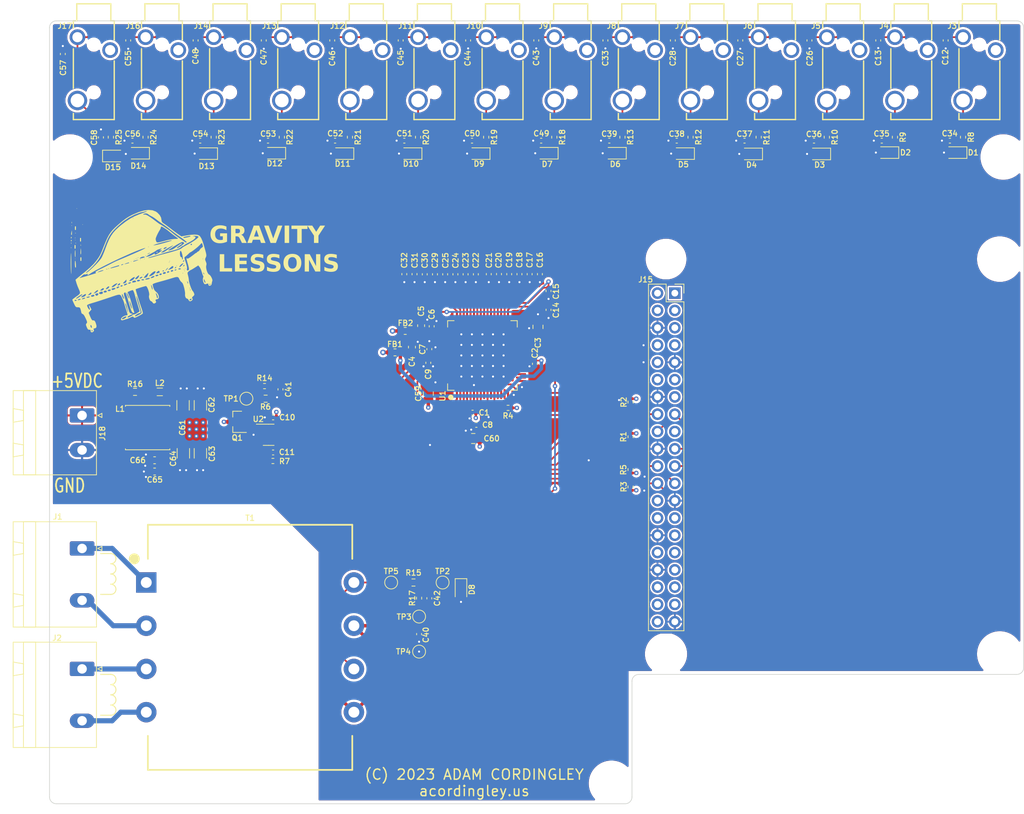
<source format=kicad_pcb>
(kicad_pcb (version 20221018) (generator pcbnew)
  (layers (0 "F.Cu" signal) (1 "In1.Cu" signal) (2 "In2.Cu" signal) (31 "B.Cu" signal) (34 "B.Paste" user) (35 "F.Paste" user) (36 "B.SilkS" user "B.Silkscreen") (37 "F.SilkS" user "F.Silkscreen") (38 "B.Mask" user) (39 "F.Mask" user) (44 "Edge.Cuts" user))
  (net 0 "")
  (net 1 "+3V3")
  (net 2 "GND")
  (net 3 "/Inputs and ADC/V-5P0_DAC")
  (net 4 "/Inputs and ADC/ADC_REF_CMP")
  (net 5 "/Inputs and ADC/V-5P0_ANLG")
  (net 6 "+5V")
  (net 7 "/Inputs and ADC/AMC_REF_OUT")
  (net 8 "/Inputs and ADC/REF_BUF_DRV")
  (net 9 "/Inputs and ADC/REF_BUF_FB")
  (net 10 "REF_2P5_BUF")
  (net 11 "V_SNS_PH1_FILT")
  (net 12 "V_SNS_PH2_FILT")
  (net 13 "I_SNS_IN_0_FILT")
  (net 14 "I_SNS_IN_1_FILT")
  (net 15 "I_SNS_IN_2_FILT")
  (net 16 "I_SNS_IN_3_FILT")
  (net 17 "I_SNS_IN_4_FILT")
  (net 18 "I_SNS_IN_5_FILT")
  (net 19 "I_SNS_IN_6_FILT")
  (net 20 "I_SNS_IN_7_FILT")
  (net 21 "I_SNS_IN_8_FILT")
  (net 22 "I_SNS_IN_9_FILT")
  (net 23 "I_SNS_IN_10_FILT")
  (net 24 "I_SNS_IN_11_FILT")
  (net 25 "I_SNS_IN_12_FILT")
  (net 26 "I_SNS_IN_13_FILT")
  (net 27 "/Connectors/MAINS_PH1")
  (net 28 "/Connectors/MAINS_N1")
  (net 29 "/Connectors/MAINS_N2")
  (net 30 "/Connectors/MAINS_PH2")
  (net 32 "/Connectors/I_SNS_IN_0")
  (net 34 "/Connectors/I_SNS_IN_1")
  (net 36 "/Connectors/I_SNS_IN_2")
  (net 38 "/Connectors/I_SNS_IN_3")
  (net 40 "/Connectors/I_SNS_IN_4")
  (net 42 "/Connectors/I_SNS_IN_5")
  (net 44 "/Connectors/I_SNS_IN_6")
  (net 46 "/Connectors/I_SNS_IN_7")
  (net 48 "/Connectors/I_SNS_IN_8")
  (net 50 "/Connectors/I_SNS_IN_9")
  (net 52 "/Connectors/I_SNS_IN_10")
  (net 54 "/Connectors/I_SNS_IN_11")
  (net 63 "AMC_RESETB")
  (net 64 "AMC_DAVB")
  (net 65 "AMC_CNVTB")
  (net 66 "SPI_MOSI")
  (net 67 "SPI_MISO")
  (net 68 "AMC_ALARMB")
  (net 69 "SPI_SCLK")
  (net 70 "AMC_CSB")
  (net 84 "/Connectors/I_SNS_IN_12")
  (net 86 "/Connectors/I_SNS_IN_13")
  (net 87 "/Inputs and ADC/SPI_SEL")
  (net 88 "/Connectors/V-5P0_EXT")
  (net 89 "/Connectors/V_SNS_PH1")
  (net 90 "/Inputs and ADC/AMC_I2C_A2")
  (net 96 "/Inputs and ADC/DAC5")
  (net 97 "/Inputs and ADC/DAC4")
  (net 98 "/Inputs and ADC/DAC3")
  (net 99 "/Inputs and ADC/DAC2")
  (net 100 "/Inputs and ADC/DAC1")
  (net 101 "/Inputs and ADC/DAC0")
  (net 106 "/Inputs and ADC/DAC6")
  (net 107 "/Inputs and ADC/DAC8")
  (net 109 "/Inputs and ADC/DAC9")
  (net 110 "/Inputs and ADC/DAC10")
  (net 111 "/Inputs and ADC/DAC11")
  (net 113 "/Inputs and ADC/DAC7")
  (net 114 "/Connectors/DAMP")
  (footprint "Diode_SMD:D_SOD-323" (layer "F.Cu") (at 132.55 54.5 180)
    (fp_text reference "D13")
    (fp_text value "4.7V")
  )
  (footprint "Capacitor_SMD:C_0402_1005Metric" (layer "F.Cu") (at 130.95 37.88 -90)
    (fp_text reference "C48")
    (fp_text value "0.01uF")
  )
  (footprint "Connector_Phoenix_MSTB:PhoenixContact_MSTBA_2,5_2-G-5,08_1x02_P5.08mm_Horizontal" (layer "F.Cu") (at 114.2775 92.96 -90)
    (fp_text reference "J18")
    (fp_text value "Conn_01x02")
  )
  (footprint "Capacitor_SMD:C_0402_1005Metric" (layer "F.Cu") (at 167.58 72.23 -90)
    (fp_text reference "C25")
    (fp_text value "470pF")
  )
  (footprint "Capacitor_SMD:C_0805_2012Metric" (layer "F.Cu") (at 165.1 89.75 90)
    (fp_text reference "C59")
    (fp_text value "4.7uF")
  )
  (footprint "Repowered_Connectors:Jack_3.5mm_Kycon_STX-3501-3N" (layer "F.Cu") (at 196 38.5)
    (fp_text reference "J8")
    (fp_text value "SJ-3523")
  )
  (footprint "Resistor_SMD:R_0402_1005Metric" (layer "F.Cu") (at 203.6 52.09 -90)
    (fp_text reference "R12")
    (fp_text value "1k")
  )
  (footprint "Capacitor_SMD:C_0402_1005Metric" (layer "F.Cu") (at 170.58 72.23 -90)
    (fp_text reference "C23")
    (fp_text value "470pF")
  )
  (footprint "MountingHole:MountingHole_2.7mm_M2.5" (layer "F.Cu") (at 249 70)
    (fp_text reference "H4" hide)
    (fp_text value "M2.5")
  )
  (footprint "Capacitor_SMD:C_0402_1005Metric" (layer "F.Cu") (at 210.9 37.88 -90)
    (fp_text reference "C27")
    (fp_text value "0.01uF")
  )
  (footprint "Resistor_SMD:R_0402_1005Metric" (layer "F.Cu") (at 153.6 52.09 -90)
    (fp_text reference "R21")
    (fp_text value "1k")
  )
  (footprint "Capacitor_SMD:C_1206_3216Metric" (layer "F.Cu") (at 131.65 98.525 -90)
    (fp_text reference "C63")
    (fp_text value "22uF")
  )
  (footprint "Diode_SMD:D_SOD-323" (layer "F.Cu") (at 122.55 54.45 180)
    (fp_text reference "D14")
    (fp_text value "4.7V")
  )
  (footprint "Capacitor_SMD:C_0402_1005Metric" (layer "F.Cu") (at 111.45 39.87 90)
    (fp_text reference "C57")
    (fp_text value "0.01uF")
  )
  (footprint "Resistor_SMD:R_0402_1005Metric" (layer "F.Cu") (at 163.6 52.09 -90)
    (fp_text reference "R20")
    (fp_text value "1k")
  )
  (footprint "MountingHole:MountingHole_2.7mm_M2.5" (layer "F.Cu") (at 112.5 147)
    (fp_text reference "H8" hide)
    (fp_text value "M2.5")
  )
  (footprint "Repowered_Connectors:Jack_3.5mm_Kycon_STX-3501-3N" (layer "F.Cu") (at 126 38.5)
    (fp_text reference "J16")
    (fp_text value "SJ-3523")
  )
  (footprint "Diode_SMD:D_SOD-323" (layer "F.Cu") (at 182.55 54.45 180)
    (fp_text reference "D7")
    (fp_text value "4.7V")
  )
  (footprint "Capacitor_SMD:C_0402_1005Metric" (layer "F.Cu") (at 161.05 37.88 -90)
    (fp_text reference "C45")
    (fp_text value "0.01uF")
  )
  (footprint "Resistor_SMD:R_0603_1608Metric" (layer "F.Cu") (at 141.225 90.5)
    (fp_text reference "R6")
    (fp_text value "470")
  )
  (footprint "MountingHole:MountingHole_2.7mm_M2.5" (layer "F.Cu") (at 200 70)
    (fp_text reference "H1" hide)
    (fp_text value "M2.5")
  )
  (footprint "Capacitor_SMD:C_0402_1005Metric" (layer "F.Cu") (at 172.15 94.35 180)
    (fp_text reference "C8")
    (fp_text value "0.1uF")
  )
  (footprint "Capacitor_SMD:C_0402_1005Metric" (layer "F.Cu") (at 121.05 37.88 -90)
    (fp_text reference "C55")
    (fp_text value "0.01uF")
  )
  (footprint "Diode_SMD:D_SOD-323" (layer "F.Cu") (at 118.9 54.85)
    (fp_text reference "D15")
    (fp_text value "4.7V")
  )
  (footprint "Resistor_SMD:R_0603_1608Metric" (layer "F.Cu") (at 122.05 89.5)
    (fp_text reference "R16")
    (fp_text value "0.0")
  )
  (footprint "TestPoint:TestPoint_Pad_D1.5mm" (layer "F.Cu") (at 167.2 117.5)
    (fp_text reference "TP2")
    (fp_text value "TestPoint")
  )
  (footprint "Inductor_SMD:L_Sunlord_SWPA6045S" (layer "F.Cu") (at 123.9 94.75)
    (fp_text reference "L1")
    (fp_text value "4.7uH")
  )
  (footprint "Repowered_Connectors:Jack_3.5mm_Kycon_STX-3501-3N" (layer "F.Cu") (at 216 38.5)
    (fp_text reference "J6")
    (fp_text value "SJ-3523")
  )
  (footprint "Capacitor_SMD:C_0402_1005Metric" (layer "F.Cu") (at 172.08 72.23 -90)
    (fp_text reference "C22")
    (fp_text value "470pF")
  )
  (footprint "Capacitor_SMD:C_0402_1005Metric" (layer "F.Cu") (at 173.98 72.21 -90)
    (fp_text reference "C21")
    (fp_text value "470pF")
  )
  (footprint "Resistor_SMD:R_0402_1005Metric" (layer "F.Cu") (at 223.6 52.09 -90)
    (fp_text reference "R10")
    (fp_text value "1k")
  )
  (footprint "Capacitor_SMD:C_0402_1005Metric" (layer "F.Cu") (at 175.48 72.2 -90)
    (fp_text reference "C20")
    (fp_text value "470pF")
  )
  (footprint "Capacitor_SMD:C_0603_1608Metric" (layer "F.Cu") (at 124.925 99.55 180)
    (fp_text reference "C66")
    (fp_text value "1uF")
  )
  (footprint "MountingHole:MountingHole_2.7mm_M2.5" (layer "F.Cu") (at 200 128)
    (fp_text reference "H2" hide)
    (fp_text value "M2.5")
  )
  (footprint "TestPoint:TestPoint_Pad_D1.5mm" (layer "F.Cu") (at 163.75 127.65)
    (fp_text reference "TP4")
    (fp_text value "TestPoint")
  )
  (footprint "Diode_SMD:D_SOD-323" (layer "F.Cu") (at 222.55 54.55 180)
    (fp_text reference "D3")
    (fp_text value "4.7V")
  )
  (footprint "LOGO" (layer "F.Cu") (at 122.05 71.1)
    (fp_text reference "G***")
    (fp_text value "LOGO" hide)
  )
  (footprint "Capacitor_SMD:C_0402_1005Metric" (layer "F.Cu") (at 191.1 37.88 -90)
    (fp_text reference "C33")
    (fp_text value "0.01uF")
  )
  (footprint "Resistor_SMD:R_0402_1005Metric" (layer "F.Cu") (at 194.8 100.91 90)
    (fp_text reference "R5")
    (fp_text value "10k")
  )
  (footprint "MountingHole:MountingHole_2.7mm_M2.5" (layer "F.Cu") (at 192 147)
    (fp_text reference "H7" hide)
    (fp_text value "M2.5")
  )
  (footprint "Repowered_Connectors:Jack_3.5mm_Kycon_STX-3501-3N" (layer "F.Cu") (at 206 38.5)
    (fp_text reference "J7")
    (fp_text value "SJ-3523")
  )
  (footprint "Capacitor_SMD:C_0402_1005Metric" (layer "F.Cu") (at 201.57 52.6 180)
    (fp_text reference "C38")
    (fp_text value "0.01uF")
  )
  (footprint "Repowered_Connectors:Jack_3.5mm_Kycon_STX-3501-3N" (layer "F.Cu") (at 226 38.5)
    (fp_text reference "J5")
    (fp_text value "SJ-3523")
  )
  (footprint "Repowered_Connectors:Jack_3.5mm_Kycon_STX-3501-3N" (layer "F.Cu") (at 236 38.5)
    (fp_text reference "J4")
    (fp_text value "SJ-3523")
  )
  (footprint "Resistor_SMD:R_0402_1005Metric" (layer "F.Cu") (at 118.5 52.09 -90)
    (fp_text reference "R25")
    (fp_text value "1k")
  )
  (footprint "Resistor_SMD:R_0402_1005Metric" (layer "F.Cu") (at 194.8 91 -90)
    (fp_text reference "R2")
    (fp_text value "10k")
  )
  (footprint "Capacitor_SMD:C_0402_1005Metric" (layer "F.Cu") (at 181.48 72.21 -90)
    (fp_text reference "C16")
    (fp_text value "470pF")
  )
  (footprint "Diode_SMD:D_SOD-323" (layer "F.Cu") (at 212.55 54.55 180)
    (fp_text reference "D4")
    (fp_text value "4.7V")
  )
  (footprint "Repowered_Connectors:Jack_3.5mm_Kycon_STX-3501-3N" (layer "F.Cu") (at 156 38.5)
    (fp_text reference "J12")
    (fp_text value "SJ-3523")
  )
  (footprint "Capacitor_SMD:C_0402_1005Metric" (layer "F.Cu") (at 151 37.88 -90)
    (fp_text reference "C46")
    (fp_text value "0.01uF")
  )
  (footprint "Diode_SMD:D_SOD-323" (layer "F.Cu") (at 152.55 54.5 180)
    (fp_text reference "D11")
    (fp_text value "4.7V")
  )
  (footprint "Capacitor_SMD:C_0402_1005Metric" (layer "F.Cu") (at 161.58 52.6 180)
    (fp_text reference "C51")
    (fp_text value "0.01uF")
  )
  (footprint "Inductor_SMD:L_0603_1608Metric" (layer "F.Cu") (at 160.2125 83.7)
    (fp_text reference "FB1")
    (fp_text value "330@100MHz")
  )
  (footprint "Capacitor_SMD:C_0402_1005Metric" (layer "F.Cu") (at 182.75 74.68 -90)
    (fp_text reference "C15")
    (fp_text value "470pF")
  )
  (footprint "Capacitor_SMD:C_0402_1005Metric" (layer "F.Cu") (at 117.05 52.12 90)
    (fp_text reference "C58")
    (fp_text value "0.01uF")
  )
  (footprint "Capacitor_SMD:C_0805_2012Metric" (layer "F.Cu") (at 171.7 96.35 180)
    (fp_text reference "C60")
    (fp_text value "4.7uF")
  )
  (footprint "Capacitor_SMD:C_0402_1005Metric" (layer "F.Cu") (at 143.4 89.13 -90)
    (fp_text reference "C41")
    (fp_text value "0.01uF")
  )
  (footprint "Repowered_TO-SOT-SMD:SOT-23" (layer "F.Cu") (at 137.05 93.9 180)
    (fp_text reference "Q1")
    (fp_text value "MMBT3904")
  )
  (footprint "Diode_SMD:D_SOD-323" (layer "F.Cu") (at 232.55 54.35 180)
    (fp_text reference "D2")
    (fp_text value "4.7V")
  )
  (footprint "Capacitor_SMD:C_0402_1005Metric" (layer "F.Cu") (at 180.95 37.88 -90)
    (fp_text reference "C43")
    (fp_text value "0.01uF")
  )
  (footprint "Connector_PinSocket_2.54mm:PinSocket_2x20_P2.54mm_Vertical" (layer "F.Cu") (at 201.29 75)
    (fp_text reference "J15")
    (fp_text value "Raspberry_Pi_2_3")
  )
  (footprint "Resistor_SMD:R_0402_1005Metric" (layer "F.Cu") (at 143.6 52.09 -90)
    (fp_text reference "R22")
    (fp_text value "1k")
  )
  (footprint "Capacitor_SMD:C_0402_1005Metric" (layer "F.Cu") (at 165.1 85.23 -90)
    (fp_text reference "C9")
    (fp_text value "1000pF")
  )
  (footprint "Capacitor_SMD:C_0402_1005Metric" (layer "F.Cu") (at 121.67 52.6 180)
    (fp_text reference "C56")
    (fp_text value "0.01uF")
  )
  (footprint "Capacitor_SMD:C_0402_1005Metric" (layer "F.Cu") (at 163.75 125.08 -90)
    (fp_text reference "C40")
    (fp_text value "0.1uF")
  )
  (footprint "Capacitor_SMD:C_1206_3216Metric" (layer "F.Cu") (at 131.65 91.475 90)
    (fp_text reference "C62")
    (fp_text value "22uF")
  )
  (footprint "Capacitor_SMD:C_0402_1005Metric" (layer "F.Cu") (at 142.32 98.4)
    (fp_text reference "C11")
    (fp_text value "0.01uF")
  )
  (footprint "Capacitor_SMD:C_0402_1005Metric" (layer "F.Cu") (at 170.95 37.88 -90)
    (fp_text reference "C44")
    (fp_text value "0.01uF")
  )
  (footprint "Capacitor_SMD:C_1206_3216Metric" (layer "F.Cu") (at 129.1 91.475 90)
    (fp_text reference "C61")
    (fp_text value "22uF")
  )
  (footprint "TestPoint:TestPoint_Pad_D1.5mm" (layer "F.Cu") (at 159.65 117.5)
    (fp_text reference "TP5")
    (fp_text value "TestPoint")
  )
  (footprint "Capacitor_SMD:C_0603_1608Metric" (layer "F.Cu") (at 162.7 82.925 90)
    (fp_text reference "C4")
    (fp_text value "1uF")
  )
  (footprint "Capacitor_SMD:C_0402_1005Metric" (layer "F.Cu") (at 131.62 52.6 180)
    (fp_text reference "C54")
    (fp_text value "0.01uF")
  )
  (footprint "Capacitor_SMD:C_0402_1005Metric" (layer "F.Cu") (at 211.52 52.6 180)
    (fp_text reference "C37")
    (fp_text value "0.01uF")
  )
  (footprint "Resistor_SMD:R_0402_1005Metric" (layer "F.Cu") (at 193.6 52.09 -90)
    (fp_text reference "R13")
    (fp_text value "1k")
  )
  (footprint "Resistor_SMD:R_0402_1005Metric" (layer "F.Cu") (at 194.8 96.09 -90)
    (fp_text reference "R1")
    (fp_text value "10k")
  )
  (footprint "Capacitor_SMD:C_0402_1005Metric" (layer "F.Cu") (at 151.42 52.6 180)
    (fp_text reference "C52")
    (fp_text value "0.01uF")
  )
  (footprint "Repowered_Connectors:Jack_3.5mm_Kycon_STX-3501-3N" (layer "F.Cu") (at 116 38.5)
    (fp_text reference "J17")
    (fp_text value "SJ-3523")
  )
  (footprint "Resistor_SMD:R_0603_1608Metric" (layer "F.Cu") (at 162.925 117.5)
    (fp_text reference "R15")
    (fp_text value "6.04k")
  )
  (footprint "Capacitor_SMD:C_0402_1005Metric" (layer "F.Cu") (at 140.95 37.88 -90)
    (fp_text reference "C47")
    (fp_text value "0.01uF")
  )
  (footprint "Resistor_SMD:R_0402_1005Metric" (layer "F.Cu") (at 141.06 88.65)
    (fp_text reference "R14")
    (fp_text value "1k")
  )
  (footprint "Repowered_Connectors:Jack_3.5mm_Kycon_STX-3501-3N" (layer "F.Cu") (at 176 38.5)
    (fp_text reference "J10")
    (fp_text value "SJ-3523")
  )
  (footprint "Resistor_SMD:R_0402_1005Metric" (layer "F.Cu") (at 233.6 52.09 -90)
    (fp_text reference "R9")
    (fp_text value "1k")
  )
  (footprint "Resistor_SMD:R_0402_1005Metric" (layer "F.Cu") (at 163.75 119.8 90)
    (fp_text reference "R17")
    (fp_text value "1k")
  )
  (footprint "Capacitor_SMD:C_0402_1005Metric" (layer "F.Cu") (at 165.6 79.87 90)
    (fp_text reference "C6")
    (fp_text value "0.1uF")
  )
  (footprint "Capacitor_SMD:C_0805_2012Metric" (layer "F.Cu") (at 181.2 79.95 90)
    (fp_text reference "C3")
    (fp_text value "4.7uF")
  )
  (footprint "Repowered_Connectors:Jack_3.5mm_Kycon_STX-3501-3N" (layer "F.Cu") (at 246 38.5)
    (fp_text reference "J3")
    (fp_text value "SJ-3523")
  )
  (footprint "Diode_SMD:D_SOD-323" (layer "F.Cu") (at 202.55 54.5 180)
    (fp_text reference "D5")
    (fp_text value "4.7V")
  )
  (footprint "Resistor_SMD:R_0402_1005Metric" (layer "F.Cu") (at 173.6 52.09 -90)
    (fp_text reference "R19")
    (fp_text value "1k")
  )
  (footprint "Package_TO_SOT_SMD:SOT-23-5" (layer "F.Cu") (at 141.6625 95.8)
    (fp_text reference "U2")
    (fp_text value "TLV9061IDBVR")
  )
  (footprint "Capacitor_SMD:C_0402_1005Metric" (layer "F.Cu") (at 165.25 119.82 -90)
    (fp_text reference "C42")
    (fp_text value "0.01uF")
  )
  (footprint "Capacitor_SMD:C_0402_1005Metric" (layer "F.Cu") (at 178.48 72.21 -90)
    (fp_text reference "C18")
    (fp_text value "470pF")
  )
  (footprint "Diode_SMD:D_SOD-323" (layer "F.Cu") (at 242.55 54.35 180)
    (fp_text reference "D1")
    (fp_text value "4.7V")
  )
  (footprint "MountingHole:MountingHole_2.7mm_M2.5" (layer "F.Cu") (at 112.5 55)
    (fp_text reference "H5" hide)
    (fp_text value "M2.5")
  )
  (footprint "Capacitor_SMD:C_0402_1005Metric" (layer "F.Cu") (at 165.25 83.22 90)
    (fp_text reference "C7")
    (fp_text value "0.1uF")
  )
  (footprint "Capacitor_SMD:C_0402_1005Metric" (layer "F.Cu") (at 241.67 52.6 180)
    (fp_text reference "C34")
    (fp_text value "0.01uF")
  )
  (footprint "Capacitor_SMD:C_0402_1005Metric" (layer "F.Cu") (at 191.67 52.6 180)
    (fp_text reference "C39")
    (fp_text value "0.01uF")
  )
  (footprint "MountingHole:MountingHole_2.7mm_M2.5" (layer "F.Cu") (at 249.5 55)
    (fp_text reference "H6" hide)
    (fp_text value "M2.5")
  )
  (footprint "Capacitor_SMD:C_0402_1005Metric" (layer "F.Cu") (at 141.57 52.6 180)
    (fp_text reference "C53")
    (fp_text value "0.01uF")
  )
  (footprint "Repowered_Connectors:Jack_3.5mm_Kycon_STX-3501-3N" (layer "F.Cu") (at 166 38.5)
    (fp_text reference "J11")
    (fp_text value "SJ-3523")
  )
  (footprint "Inductor_SMD:L_0603_1608Metric" (layer "F.Cu") (at 161.7125 80.55)
    (fp_text reference "FB2")
    (fp_text value "330@100MHz")
  )
  (footprint "Connector_Phoenix_GMSTB:PhoenixContact_GMSTBA_2,5_2-G-7,62_1x02_P7.62mm_Horizontal" (layer "F.Cu") (at 114.2775 112.5 -90)
    (fp_text reference "J1")
    (fp_text value "Conn_01x02")
  )
  (footprint "Connector_Phoenix_GMSTB:PhoenixContact_GMSTBA_2,5_2-G-7,62_1x02_P7.62mm_Horizontal" (layer "F.Cu") (at 114.2775 130.19 -90)
    (fp_text reference "J2")
    (fp_text value "Conn_01x02")
  )
  (footprint "Capacitor_SMD:C_0402_1005Metric" (layer "F.Cu") (at 182.75 77.45 -90)
    (fp_text reference "C14")
    (fp_text value "470pF")
  )
  (footprint "Resistor_SMD:R_0402_1005Metric" (layer "F.Cu") (at 176.81 91.85 180)
    (fp_text reference "R4")
    (fp_text value "10k")
  )
  (footprint "Diode_SMD:D_SOD-323" (layer "F.Cu") (at 192.55 54.45 180)
    (fp_text reference "D6")
    (fp_text value "4.7V")
  )
  (footprint "Diode_SMD:D_SOD-323" (layer "F.Cu") (at 142.55 54.45 180)
    (fp_text reference "D12")
    (fp_text value "4.7V")
  )
  (footprint "Capacitor_SMD:C_0402_1005Metric" (layer "F.Cu") (at 179.98 72.21 -90)
    (fp_text reference "C17")
    (fp_text value "470pF")
  )
  (footprint "Capacitor_SMD:C_0402_1005Metric" (layer "F.Cu") (at 166.08 72.23 -90)
    (fp_text reference "C29")
    (fp_text value "470pF")
  )
  (footprint "Capacitor_SMD:C_0603_1608Metric" (layer "F.Cu") (at 164.05 79.775 90)
    (fp_text reference "C5")
    (fp_text value "1uF")
  )
  (footprint "TestPoint:TestPoint_Pad_D1.5mm" (layer "F.Cu") (at 163.75 122.5)
    (fp_text reference "TP3")
    (fp_text value "TestPoint")
  )
  (footprint "Capacitor_SMD:C_0402_1005Metric" (layer "F.Cu") (at 231.67 52.6 180)
    (fp_text reference "C35")
    (fp_text value "0.01uF")
  )
  (footprint "Repowered_Transformers:XFMR_Triad_FS20-055-C2" (layer "F.Cu") (at 138.94 127.025)
    (fp_text reference "T1")
    (fp_text value "FS20-055-C2")
  )
  (footprint "Capacitor_SMD:C_0402_1005Metric" (layer "F.Cu") (at 180.75 85.38 -90)
    (fp_text reference "C2")
    (fp_text value "0.1uF")
  )
  (footprint "Resistor_SMD:R_0402_1005Metric" (layer "F.Cu") (at 194.8 103.46 90)
    (fp_text reference "R3")
    (fp_text value "10k")
  )
  (footprint "Inductor_SMD:L_0805_2012Metric" (layer "F.Cu") (at 125.6875 89.5)
    (fp_text reference "L2")
    (fp_text value "1uH")
  )
  (footprint "Capacitor_SMD:C_0402_1005Metric" (layer "F.Cu") (at 221.05 37.88 -90)
    (fp_text reference "C26")
    (fp_text value "0.01uF")
  )
  (footprint "Resistor_SMD:R_0402_1005Metric" (layer "F.Cu") (at 183.6 52.09 -90)
    (fp_text reference "R18")
    (fp_text value "1k")
  )
  (footprint "Resistor_SMD:R_0402_1005Metric" (layer "F.Cu") (at 133.6 52.09 -90)
    (fp_text reference "R23")
    (fp_text value "1k")
  )
  (footprint "Resistor_SMD:R_0402_1005Metric" (layer "F.Cu") (at 243.6 52.09 -90)
    (fp_text reference "R8")
    (fp_text value "1k")
  )
  (footprint "Capacitor_SMD:C_0402_1005Metric" (layer "F.Cu") (at 163.08 72.21 -90)
    (fp_text reference "C31")
    (fp_text value "470pF")
  )
  (footprint "Diode_SMD:D_SOD-323" (layer "F.Cu") (at 169.9 118.55 -90)
    (fp_text reference "D8")
    (fp_text value "4.7V")
  )
  (footprint "Capacitor_SMD:C_0402_1005Metric" (layer "F.Cu") (at 161.58 72.21 -90)
    (fp_text reference "C32")
    (fp_text value "470pF")
  )
  (footprint "TestPoint:TestPoint_Pad_D1.5mm" (layer "F.Cu") (at 138.4 90.5)
    (fp_text reference "TP1")
    (fp_text value "TestPoint")
  )
  (footprint "Capacitor_SMD:C_0402_1005Metric" (layer "F.Cu") (at 171.52 52.6 180)
    (fp_text reference "C50")
    (fp_text value "0.01uF")
  )
  (footprint "Resistor_SMD:R_0402_1005Metric" (layer "F.Cu") (at 142.29 99.65 180)
    (fp_text reference "R7")
    (fp_text value "10k")
  )
  (footprint "Capacitor_SMD:C_0402_1005Metric" (layer "F.Cu") (at 181.67 52.6 180)
    (fp_text reference "C49")
    (fp_text value "0.01uF")
  )
  (footprint "Diode_SMD:D_SOD-323" (layer "F.Cu") (at 172.55 54.5 180)
    (fp_text reference "D9")
    (fp_text value "4.7V")
  )
  (footprint "Resistor_SMD:R_0402_1005Metric" (layer "F.Cu") (at 123.6 52.09 -90)
    (fp_text reference "R24")
    (fp_text value "1k")
  )
  (footprint "Resistor_SMD:R_0402_1005Metric" (layer "F.Cu") (at 213.6 52.09 -90)
    (fp_text reference "R11")
    (fp_text value "1k")
  )
  (footprint "Repowered_Connectors:Jack_3.5mm_Kycon_STX-3501-3N" (layer "F.Cu") (at 146 38.5)
    (fp_text reference "J13")
    (fp_text value "SJ-3523")
  )
  (footprint "Capacitor_SMD:C_0402_1005Metric" (layer "F.Cu") (at 241.05 37.88 -90)
    (fp_text reference "C12")
    (fp_text value "0.01uF")
  )
  (footprint "Capacitor_SMD:C_0402_1005Metric" (layer "F.Cu") (at 176.98 72.21 -90)
    (fp_text reference "C19")
    (fp_text value "470pF")
  )
  (footprint "Capacitor_SMD:C_0402_1005Metric" (layer "F.Cu") (at 171.6 92.55 180)
    (fp_text reference "C1")
    (fp_text value "0.1uF")
  )
  (footprint "Repowered_Connectors:Jack_3.5mm_Kycon_STX-3501-3N" (layer "F.Cu") (at 136 38.5)
    (fp_text reference "J14")
    (fp_text value "SJ-3523")
  )
  (footprint "Capacitor_SMD:C_0402_1005Metric" (layer "F.Cu") (at 164.58 72.23 -90)
    (fp_text reference "C30")
    (fp_text value "470pF")
  )
  (footprint "Capacitor_SMD:C_0402_1005Metric" (layer "F.Cu") (at 231.15 37.88 -90)
    (fp_text reference "C13")
    (fp_text value "0.01uF")
  )
  (footprint "Capacitor_SMD:C_0402_1005Metric" (layer "F.Cu") (at 201 37.88 -90)
    (fp_text reference "C28")
    (fp_text value "0.01uF")
  )
  (footprint "Capacitor_SMD:C_0402_1005Metric" (layer "F.Cu") (at 221.72 52.6 180)
    (fp_text reference "C36")
    (fp_text value "0.01uF")
  )
  (footprint "Capacitor_SMD:C_0603_1608Metric" (layer "F.Cu") (at 124.925 101.2 180)
    (fp_text reference "C65")
    (fp_text value "1uF")
  )
  (footprint "Capacitor_SMD:C_0402_1005Metric" (layer "F.Cu") (at 142.32 93.25 180)
    (fp_text reference "C10")
    (fp_text value "0.1uF")
  )
  (footprint "Diode_SMD:D_SOD-323" (layer "F.Cu") (at 162.55 54.5 180)
    (fp_text reference "D10")
    (fp_text value "4.7V")
  )
  (footprint "MountingHole:MountingHole_2.7mm_M2.5" (layer "F.Cu") (at 249 128)
    (fp_text reference "H3" hide)
    (fp_text value "M2.5")
  )
  (footprint "Capacitor_SMD:C_0402_1005Metric" (layer "F.Cu") (at 169.08 72.23 -90)
    (fp_text reference "C24")
    (fp_text value "470pF")
  )
  (footprint "Capacitor_SMD:C_1206_3216Metric" (layer "F.Cu") (at 129.15 98.525 -90)
    (fp_text reference "C64")
    (fp_text value "22uF")
  )
  (footprint "Repowered_QFP:TQFP-64-1EP_10x10mm_P0.5mm_EP7x7mm" (layer "F.Cu") (at 173.05 84.15 90)
    (fp_text reference "U1")
    (fp_text value "AMC7812SPAP")
  )
  (footprint "Repowered_Connectors:Jack_3.5mm_Kycon_STX-3501-3N" (layer "F.Cu") (at 186 38.5)
    (fp_text reference "J9")
    (fp_text value "SJ-3523")
  )
  (gr_line (start 118.5 131) (end 117 131) (stroke (width 0.15)) (layer "F.SilkS"))
  (gr_arc (start 118.5 132.5) (mid 119.25 133.25) (end 118.5 134) (stroke (width 0.15)) (layer "F.SilkS"))
  (gr_arc (start 118.5 135.5) (mid 119.25 136.25) (end 118.5 137) (stroke (width 0.15)) (layer "F.SilkS"))
  (gr_line (start 113.3 65.65) (end 113.3 65.25) (stroke (width 0.15)) (layer "F.SilkS"))
  (gr_line (start 113.25 68.4) (end 113.25 68) (stroke (width 0.15)) (layer "F.SilkS"))
  (gr_arc (start 118.5 116.25) (mid 119.25 117) (end 118.5 117.75) (stroke (width 0.15)) (layer "F.SilkS"))
  (gr_arc (start 118.5 114.75) (mid 119.25 115.5) (end 118.5 116.25) (stroke (width 0.15)) (layer "F.SilkS"))
  (gr_arc (start 118.5 131) (mid 119.25 131.75) (end 118.5 132.5) (stroke (width 0.15)) (layer "F.SilkS"))
  (gr_line (start 114.05 67.35) (end 114.05 66.95) (stroke (width 0.15)) (layer "F.SilkS"))
  (gr_arc (start 118.5 117.75) (mid 119.25 118.5) (end 118.5 119.25) (stroke (width 0.15)) (layer "F.SilkS"))
  (gr_arc (start 118.5 113.25) (mid 119.25 114) (end 118.5 114.75) (stroke (width 0.15)) (layer "F.SilkS"))
  (gr_arc (start 118.5 134) (mid 119.25 134.75) (end 118.5 135.5) (stroke (width 0.15)) (layer "F.SilkS"))
  (gr_line (start 114.1 70.2) (end 114.1 69.8) (stroke (width 0.15)) (layer "F.SilkS"))
  (gr_line (start 118.5 137) (end 117 137) (stroke (width 0.15)) (layer "F.SilkS"))
  (gr_line (start 118.5 119.25) (end 117 119.25) (stroke (width 0.15)) (layer "F.SilkS"))
  (gr_line (start 118.5 113.25) (end 117 113.25) (stroke (width 0.15)) (layer "F.SilkS"))
  (gr_arc (start 195 149) (mid 194.707107 149.707107) (end 194 150) (stroke (width 0.1)) (layer "Edge.Cuts"))
  (gr_arc (start 252.5 130) (mid 252.207107 130.707107) (end 251.5 131) (stroke (width 0.1)) (layer "Edge.Cuts"))
  (gr_line (start 196 131) (end 251.5 131) (stroke (width 0.1)) (layer "Edge.Cuts"))
  (gr_line (start 194 150) (end 110.5 150) (stroke (width 0.1)) (layer "Edge.Cuts"))
  (gr_arc (start 109.5 36) (mid 109.792893 35.292893) (end 110.5 35) (stroke (width 0.1)) (layer "Edge.Cuts"))
  (gr_line (start 109.5 36) (end 109.5 149) (stroke (width 0.1)) (layer "Edge.Cuts"))
  (gr_arc (start 110.5 150) (mid 109.792893 149.707107) (end 109.5 149) (stroke (width 0.1)) (layer "Edge.Cuts"))
  (gr_arc (start 195 132) (mid 195.292893 131.292893) (end 196 131) (stroke (width 0.1)) (layer "Edge.Cuts"))
  (gr_arc (start 251.5 35) (mid 252.207107 35.292893) (end 252.5 36) (stroke (width 0.1)) (layer "Edge.Cuts"))
  (gr_line (start 252.5 36) (end 252.5 130) (stroke (width 0.1)) (layer "Edge.Cuts"))
  (gr_line (start 251.5 35) (end 110.5 35) (stroke (width 0.1)) (layer "Edge.Cuts"))
  (gr_line (start 195 132) (end 195 149) (stroke (width 0.1)) (layer "Edge.Cuts"))
  (gr_text "GRAVITY\n LESSONS" (at 132.95 72.25) (layer "F.SilkS") (effects (font (size 2.5 2.5)) (justify left bottom)))
  (gr_text "+5VDC" (at 109.6 89.05) (layer "F.SilkS") (effects (font (size 2 1.5) (thickness 0.25) bold) (justify left bottom)))
  (gr_text "(C) 2023 ADAM CORDINGLEY\nacordingley.us" (at 171.85 149) (layer "F.SilkS") (effects (font (size 1.5 1.5) (thickness 0.2)) (justify bottom)))
  (gr_text "GND" (at 110 104.45) (layer "F.SilkS") (effects (font (size 2 1.5) (thickness 0.25) bold) (justify left bottom)))
  (segment (start 165.1 90.7) (end 165.1 91.8) (width 0.5) (layer "F.Cu") (net 1))
  (segment (start 172.3 89.8125) (end 172.3 91.95) (width 0.25) (layer "F.Cu") (net 1))
  (segment (start 194.8 103.95) (end 195.63 103.95) (width 0.35) (layer "F.Cu") (net 1))
  (segment (start 172.3 91.95) (end 172.1 92.15) (width 0.25) (layer "F.Cu") (net 1))
  (segment (start 172.1 92.15) (end 172.1 92.55) (width 0.25) (layer "F.Cu") (net 1))
  (segment (start 177.32 91.85) (end 178.1 91.85) (width 0.35) (layer "F.Cu") (net 1))
  (segment (start 172.08 92.55) (end 172.08 93.33) (width 0.35) (layer "F.Cu") (net 1))
  (segment (start 194.8 101.42) (end 195.63 101.42) (width 0.35) (layer "F.Cu") (net 1))
  (segment (start 194.8 95.6) (end 195.63 95.6) (width 0.35) (layer "F.Cu") (net 1))
  (segment (start 194.8 90.51) (end 195.63 90.51) (width 0.35) (layer "F.Cu") (net 1))
  (via (at 172.08 93.33) (size 0.65) (drill 0.3) (layers "F.Cu" "B.Cu") (net 1))
  (via (at 165.1 91.8) (size 0.65) (drill 0.3) (layers "F.Cu" "B.Cu") (net 1))
  (via (at 178.1 91.85) (size 0.65) (drill 0.3) (layers "F.Cu" "B.Cu") (net 1))
  (via (at 195.63 95.6) (size 0.65) (drill 0.3) (layers "F.Cu" "B.Cu") (net 1))
  (via (at 195.63 103.95) (size 0.65) (drill 0.3) (layers "F.Cu" "B.Cu") (net 1))
  (via (at 195.63 101.42) (size 0.65) (drill 0.3) (layers "F.Cu" "B.Cu") (net 1))
  (via (at 195.63 90.51) (size 0.65) (drill 0.3) (layers "F.Cu" "B.Cu") (net 1))
  (segment (start 171.12 92.305) (end 171.12 92.55) (width 0.25) (layer "F.Cu") (net 2))
  (segment (start 171.8 89.8125) (end 171.8 91.625) (width 0.25) (layer "F.Cu") (net 2))
  (segment (start 171.8 91.625) (end 171.12 92.305) (width 0.25) (layer "F.Cu") (net 2))
  (segment (start 171.8 89.8125) (end 171.8 88.5) (width 0.25) (layer "F.Cu") (net 2))
  (via (at 193.1 90.7) (size 0.65) (drill 0.3) (layers "F.Cu" "B.Cu") (net 2))
  (via (at 190.45 52.6) (size 0.65) (drill 0.3) (layers "F.Cu" "B.Cu") (net 2))
  (via (at 180.95 39.05) (size 0.65) (drill 0.3) (layers "F.Cu" "B.Cu") (net 2))
  (via (at 129.65 89) (size 0.65) (drill 0.3) (layers "F.Cu" "B.Cu") (net 2))
  (via (at 171.5 85.7) (size 0.65) (drill 0.3) (layers "F.Cu" "B.Cu") (net 2))
  (via (at 132.15 89) (size 0.65) (drill 0.3) (layers "F.Cu" "B.Cu") (net 2))
  (via (at 161.05 39.1) (size 0.65) (drill 0.3) (layers "F.Cu" "B.Cu") (net 2))
  (via (at 179.95 85.75) (size 0.65) (drill 0.3) (layers "F.Cu" "B.Cu") (net 2))
  (via (at 141.1 93.25) (size 0.65) (drill 0.3) (layers "F.Cu" "B.Cu") (net 2))
  (via (at 167.58 73.38) (size 0.65) (drill 0.3) (layers "F.Cu" "B.Cu") (net 2))
  (via (at 230.8 54.35) (size 0.65) (drill 0.3) (layers "F.Cu" "B.Cu") (net 2))
  (via (at 170.35 52.6) (size 0.65) (drill 0.3) (layers "F.Cu" "B.Cu") (net 2))
  (via (at 173.05 85.7) (size 0.65) (drill 0.3) (layers "F.Cu" "B.Cu") (net 2))
  (via (at 180.5 52.6) (size 0.65) (drill 0.3) (layers "F.Cu" "B.Cu") (net 2))
  (via (at 171.5 84.15) (size 0.65) (drill 0.3) (layers "F.Cu" "B.Cu") (net 2))
  (via (at 210.75 54.55) (size 0.65) (drill 0.3) (layers "F.Cu" "B.Cu") (net 2))
  (via (at 169.95 81.05) (size 0.65) (drill 0.3) (layers "F.Cu" "B.Cu") (net 2))
  (via (at 164.4 85.75) (size 0.65) (drill 0.3) (layers "F.Cu" "B.Cu") (net 2))
  (via (at 200.75 54.5) (size 0.65) (drill 0.3) (layers "F.Cu" "B.Cu") (net 2))
  (via (at 176.15 87.25) (size 0.65) (drill 0.3) (layers "F.Cu" "B.Cu") (net 2))
  (via (at 130.45 52.6) (size 0.65) (drill 0.3) (layers "F.Cu" "B.Cu") (net 2))
  (via (at 210.3 52.6) (size 0.65) (drill 0.3) (layers "F.Cu" "B.Cu") (net 2))
  (via (at 171.5 82.6) (size 0.65) (drill 0.3) (layers "F.Cu" "B.Cu") (net 2))
  (via (at 166.15 88.1) (size 0.65) (drill 0.3) (layers "F.Cu" "B.Cu") (net 2))
  (via (at 140.4 52.6) (size 0.65) (drill 0.3) (layers "F.Cu" "B.Cu") (net 2))
  (via (at 176.98 73.38) (size 0.65) (drill 0.3) (layers "F.Cu" "B.Cu") (net 2))
  (via (at 164.58 73.38) (size 0.65) (drill 0.3) (layers "F.Cu" "B.Cu") (net 2))
  (via (at 178.48 73.38) (size 0.65) (drill 0.3) (layers "F.Cu" "B.Cu") (net 2))
  (via (at 165.35 97.3) (size 0.65) (drill 0.3) (layers "F.Cu" "B.Cu") (net 2))
  (via (at 132.05 101) (size 0.65) (drill 0.3) (layers "F.Cu" "B.Cu") (net 2))
  (via (at 240.8 54.35) (size 0.65) (drill 0.3) (layers "F.Cu" "B.Cu") (net 2))
  (via (at 140.95 39.1) (size 0.65) (drill 0.3) (layers "F.Cu" "B.Cu") (net 2))
  (via (at 163.75 127.65) (size 0.65) (drill 0.3) (layers "F.Cu" "B.Cu") (net 2))
  (via (at 173.95 93.2) (size 0.65) (drill 0.3) (layers "F.Cu" "B.Cu") (net 2))
  (via (at 150.8 54.5) (size 0.65) (drill 0.3) (layers "F.Cu" "B.Cu") (net 2))
  (via (at 131.25 89) (size 0.65) (drill 0.3) (layers "F.Cu" "B.Cu") (net 2))
  (via (at 128.65 101) (size 0.65) (drill 0.3) (layers "F.Cu" "B.Cu") (net 2))
  (via (at 181.2 78.1) (size 0.65) (drill 0.3) (layers "F.Cu" "B.Cu") (net 2))
  (via (at 142.9 90.3) (size 0.65) (drill 0.3) (layers "F.Cu" "B.Cu") (net 2))
  (via (at 230.5 52.6) (size 0.65) (drill 0.3) (layers "F.Cu" "B.Cu") (net 2))
  (via (at 111.45 38.7) (size 0.65) (drill 0.3) (layers "F.Cu" "B.Cu") (net 2))
  (via (at 161.58 73.38) (size 0.65) (drill 0.3) (layers "F.Cu" "B.Cu") (net 2))
  (via (at 196.7 85.15) (size 0.65) (drill 0.3) (layers "F.Cu" "B.Cu") (net 2))
  (via (at 220.5 52.6) (size 0.65) (drill 0.3) (layers "F.Cu" "B.Cu") (net 2))
  (via (at 231.15 39) (size 0.65) (drill 0.3) (layers "F.Cu" "B.Cu") (net 2))
  (via (at 123.65 98.7) (size 0.65) (drill 0.3) (layers "F.Cu" "B.Cu") (net 2))
  (via (at 140.8 54.45) (size 0.65) (drill 0.3) (layers "F.Cu" "B.Cu") (net 2))
  (via (at 171.5 87.25) (size 0.65) (drill 0.3) (layers "F.Cu" "B.Cu") (net 2))
  (via (at 123.65 102) (size 0.65) (drill 0.3) (layers "F.Cu" "B.Cu") (net 2))
  (via (at 196.85 101.95) (size 0.65) (drill 0.3) (layers "F.Cu" "B.Cu") (net 2))
  (via (at 176.15 85.7) (size 0.65) (drill 0.3) (layers "F.Cu" "B.Cu") (net 2))
  (via (at 165.25 82.05) (size 0.65) (drill 0.3) (layers "F.Cu" "B.Cu") (net 2))
  (via (at 169.9 120.35) (size 0.65) (drill 0.3) (layers "F.Cu" "B.Cu") (net 2))
  (via (at 174.6 84.15) (size 0.65) (drill 0.3) (layers "F.Cu" "B.Cu") (net 2))
  (via (at 117.05 50.95) (size 0.65) (drill 0.3) (layers "F.Cu" "B.Cu") (net 2))
  (via (at 151 39.05) (size 0.65) (drill 0.3) (layers "F.Cu" "B.Cu") (net 2))
  (via (at 178.85 88.8) (size 0.65) (drill 0.3) (layers "F.Cu" "B.Cu") (net 2))
  (via (at 196.8 104) (size 0.65) (drill 0.3) (layers "F.Cu" "B.Cu") (net 2))
  (via (at 129.55 101) (size 0.65) (drill 0.3) (layers "F.Cu" "B.Cu") (net 2))
  (via (at 171.15 93.4) (size 0.65) (drill 0.3) (layers "F.Cu" "B.Cu") (net 2))
  (via (at 128.75 89) (size 0.65) (drill 0.3) (layers "F.Cu" "B.Cu") (net 2))
  (via (at 196.7 82.65) (size 0.65) (drill 0.3) (layers "F.Cu" "B.Cu") (net 2))
  (via (at 130.95 39.05) (size 0.65) (drill 0.3) (layers "F.Cu" "B.Cu") (net 2))
  (via (at 182.75 78.65) (size 0.65) (drill 0.3) (layers "F.Cu" "B.Cu") (net 2))
  (via (at 169.95 87.25) (size 0.65) (drill 0.3) (layers "F.Cu" "B.Cu") (net 2))
  (via (at 120.5 52.6) (size 0.65) (drill 0.3) (layers "F.Cu" "B.Cu") (net 2))
  (via (at 170.58 73.38) (size 0.65) (drill 0.3) (layers "F.Cu" "B.Cu") (net 2))
  (via (at 173.98 73.38) (size 0.65) (drill 0.3) (layers "F.Cu" "B.Cu") (net 2))
  (via (at 174.6 87.25) (size 0.65) (drill 0.3) (layers "F.Cu" "B.Cu") (net 2))
  (via (at 171.5 81.05) (size 0.65) (drill 0.3) (layers "F.Cu" "B.Cu") (net 2))
  (via (at 174.6 82.6) (size 0.65) (drill 0.3) (layers "F.Cu" "B.Cu") (net 2))
  (via (at 163.55 82.15) (size 0.65) (drill 0.3) (layers "F.Cu" "B.Cu") (net 2))
  (via (at 139.45 95.8) (size 0.65) (drill 0.3) (layers "F.Cu" "B.Cu") (net 2))
  (via (at 150.3 52.6) (size 0.65) (drill 0.3) (layers "F.Cu" "B.Cu") (net 2))
  (via (at 130.8 54.5) (size 0.65) (drill 0.3) (layers "F.Cu" "B.Cu") (net 2))
  (via (at 123.55 100.35) (size 0.65) (drill 0.3) (layers "F.Cu" "B.Cu") (net 2))
  (via (at 173.05 84.15) (size 0.65) (drill 0.3) (layers "F.Cu" "B.Cu") (net 2))
  (via (at 190.7 54.45) (size 0.65) (drill 0.3) (layers "F.Cu" "B.Cu") (net 2))
  (via (at 169.08 73.38) (size 0.65) (drill 0.3) (layers "F.Cu" "B.Cu") (net 2))
  (via (at 241.05 39.05) (size 0.65) (drill 0.3) (layers "F.Cu" "B.Cu") (net 2))
  (via (at 181.48 73.38) (size 0.65) (drill 0.3) (layers "F.Cu" "B.Cu") (net 2))
  (via (at 166.3 79.1) (size 0.65) (drill 0.3) (layers "F.Cu" "B.Cu") (net 2))
  (via (at 169.95 85.7) (size 0.65) (drill 0.3) (layers "F.Cu" "B.Cu") (net 2))
  (via (at 174.6 81.05) (size 0.65) (drill 0.3) (layers "F.Cu" "B.Cu") (net 2))
  (via (at 171.4 95.05) (size 0.65) (drill 0.3) (layers "F.Cu" "B.Cu") (net 2))
  (via (at 221.05 39.05) (size 0.65) (drill 0.3) (layers "F.Cu" "B.Cu") (net 2))
  (via (at 170.8 54.5) (size 0.65) (drill 0.3) (layers "F.Cu" "B.Cu") (net 2))
  (via (at 182.75 75.85) (size 0.65) (drill 0.3) (layers "F.Cu" "B.Cu") (net 2))
  (via (at 169.95 84.15) (size 0.65) (drill 0.3) (layers "F.Cu" "B.Cu") (net 2))
  (via (at 169.95 82.6) (size 0.65) (drill 0.3) (layers "F.Cu" "B.Cu") (net 2))
  (via (at 220.7 54.55) (size 0.65) (drill 0.3) (layers "F.Cu" "B.Cu") (net 2))
  (via (at 173.05 81.05) (size 0.65) (drill 0.3) (layers "F.Cu" "B.Cu") (net 2))
  (via (at 210.9 39.1) (size 0.65) (drill 0.3) (layers "F.Cu" "B.Cu") (net 2))
  (via (at 170.95 39.05) (size 0.65) (drill 0.3) (layers "F.Cu" "B.Cu") (net 2))
  (via (at 201 39.05) (size 0.65) (drill 0.3) (layers "F.Cu" "B.Cu") (net 2))
  (via (at 175.48 73.38) (size 0.65) (drill 0.3) (layers "F.Cu" "B.Cu") (net 2))
  (via (at 170.6 95.2) (size 0.65) (drill 0.3) (layers "F.Cu" "B.Cu") (net 2))
  (via (at 176.15 82.6) (size 0.65) (drill 0.3) (layers "F.Cu" "B.Cu") (net 2))
  (via (at 176.15 81.05) (size 0.65) (drill 0.3) (layers "F.Cu" "B.Cu") (net 2))
  (via (at 177.65 89.95) (size 0.65) (drill 0.3) (layers "F.Cu" "B.Cu") (net 2))
  (via (at 172.08 73.38) (size 0.65) (drill 0.3) (layers "F.Cu" "B.Cu") (net 2))
  (via (at 166.15 82.95) (size 0.65) (drill 0.3) (layers "F.Cu" "B.Cu") (net 2))
  (via (at 165.8 85.75) (size 0.65) (drill 0.3) (layers "F.Cu" "B.Cu") (net 2))
  (via (at 160.45 52.6) (size 0.65) (drill 0.3) (layers "F.Cu" "B.Cu") (net 2))
  (via (at 120.7 54.55) (size 0.65) (drill 0.3) (layers "F.Cu" "B.Cu") (net 2))
  (via (at 131.15 101) (size 0.65) (drill 0.3) (layers "F.Cu" "B.Cu") (net 2))
  (via (at 173.05 82.6) (size 0.65) (drill 0.3) (layers "F.Cu" "B.Cu") (net 2))
  (via (at 121.05 39.1) (size 0.65) (drill 0.3) (layers "F.Cu" "B.Cu") (net 2))
  (via (at 200.35 52.6) (size 0.65) (drill 0.3) (layers "F.Cu" "B.Cu") (net 2))
  (via (at 163.75 126.2) (size 0.65) (drill 0.3) (layers "F.Cu" "B.Cu") (net 2))
  (via (at 179.98 73.38) (size 0.65) (drill 0.3) (layers "F.Cu" "B.Cu") (net 2))
  (via (at 174.6 85.7) (size 0.65) (drill 0.3) (layers "F.Cu" "B.Cu") (net 2))
  (via (at 160.8 54.5) (size 0.65) (drill 0.3) (layers "F.Cu" "B.Cu") (net 2))
  (via (at 166.08 73.38) (size 0.65) (drill 0.3) (layers "F.Cu" "B.Cu") (net 2))
  (via (at 171.8 88.5) (size 0.65) (drill 0.3) (layers "F.Cu" "B.Cu") (net 2))
  (via (at 173.05 87.25) (size 0.65) (drill 0.3) (layers "F.Cu" "B.Cu") (net 2))
  (via (at 191.1 39.05) (size 0.65) (drill 0.3) (layers "F.Cu" "B.Cu") (net 2))
  (via (at 164.95 78.9) (size 0.65) (drill 0.3) (layers "F.Cu" "B.Cu") (net 2))
  (via (at 123.35 101.2) (size 0.65) (drill 0.3) (layers "F.Cu" "B.Cu") (net 2))
  (via (at 179.9 80.15) (size 0.65) (drill 0.3) (layers "F.Cu" "B.Cu") (net 2))
  (via (at 176.15 84.15) (size 0.65) (drill 0.3) (layers "F.Cu" "B.Cu") (net 2))
  (via (at 163.08 73.38) (size 0.65) (drill 0.3) (layers "F.Cu" "B.Cu") (net 2))
  (via (at 188.65 99.55) (size 0.65) (drill 0.3) (layers "F.Cu" "B.Cu") (net 2))
  (via (at 240.5 52.6) (size 0.65) (drill 0.3) (layers "F.Cu" "B.Cu") (net 2))
  (via (at 180.8 54.45) (size 0.65) (drill 0.3) (layers "F.Cu" "B.Cu") (net 2))
  (segment (start 165.95 83.9) (end 167.3875 83.9) (width 0.25) (layer "F.Cu") (net 3))
  (segment (start 180.75 84.9) (end 181.7 84.9) (width 0.25) (layer "F.Cu") (net 3))
  (segment (start 162.7 83.7) (end 165.25 83.7) (width 0.35) (layer "F.Cu") (net 3))
  (segment (start 178.7125 84.9) (end 180.75 84.9) (width 0.25) (layer "F.Cu") (net 3))
  (segment (start 165.25 83.7) (end 165.75 83.7) (width 0.25) (layer "F.Cu") (net 3))
  (segment (start 165.75 83.7) (end 165.95 83.9) (width 0.25) (layer "F.Cu") (net 3))
  (segment (start 161 83.7) (end 161 84.9) (width 0.5) (layer "F.Cu") (net 3))
  (segment (start 161 83.7) (end 162.7 83.7) (width 0.5) (layer "F.Cu") (net 3))
  (via (at 181.7 84.9) (size 0.65) (drill 0.3) (layers "F.Cu" "B.Cu") (net 3))
  (via (at 161 84.9) (size 0.65) (drill 0.3) (layers "F.Cu" "B.Cu") (net 3))
  (segment (start 181.7 86.1) (end 181.7 84.9) (width 0.5) (layer "B.Cu") (net 3))
  (segment (start 161 84.9) (end 161 86.25) (width 0.5) (layer "B.Cu") (net 3))
  (segment (start 175.95 90.1) (end 178.85 87.2) (width 0.5) (layer "B.Cu") (net 3))
  (segment (start 164.85 90.1) (end 175.95 90.1) (width 0.5) (layer "B.Cu") (net 3))
  (segment (start 180.6 87.2) (end 181.7 86.1) (width 0.5) (layer "B.Cu") (net 3))
  (segment (start 161 86.25) (end 164.85 90.1) (width 0.5) (layer "B.Cu") (net 3))
  (segment (start 178.85 87.2) (end 180.6 87.2) (width 0.5) (layer "B.Cu") (net 3))
  (segment (start 178.7125 80.9) (end 181.2 80.9) (width 0.25) (layer "F.Cu") (net 4))
  (segment (start 172.8 93.75) (end 172.63 93.92) (width 0.25) (layer "F.Cu") (net 6))
  (segment (start 172.8 89.8125) (end 172.8 93.75) (width 0.25) (layer "F.Cu") (net 6))
  (segment (start 172.63 96.33) (end 172.65 96.35) (width 0.35) (layer "F.Cu") (net 6))
  (segment (start 172.63 93.92) (end 172.63 94.35) (width 0.25) (layer "F.Cu") (net 6))
  (segment (start 172.63 94.35) (end 172.63 96.33) (width 0.35) (layer "F.Cu") (net 6))
  (segment (start 142.8 94.85) (end 142.8 92.45) (width 0.35) (layer "F.Cu") (net 6))
  (segment (start 136.05 93.9) (end 135.1 93.9) (width 0.5) (layer "F.Cu") (net 6))
  (segment (start 160.925 80.55) (end 159.85 80.55) (width 0.5) (layer "F.Cu") (net 6))
  (segment (start 159.425 83.7) (end 158.45 83.7) (width 0.5) (layer "F.Cu") (net 6))
  (segment (start 172.65 97.53) (end 172.65 96.35) (width 0.5) (layer "F.Cu") (net 6))
  (via (at 131.05 95) (size 0.65) (drill 0.3) (layers "F.Cu" "B.Cu") (net 6))
  (via (at 132.05 96) (size 0.65) (drill 0.3) (layers "F.Cu" "B.Cu") (net 6))
  (via (at 135.1 93.9) (size 0.65) (drill 0.3) (layers "F.Cu" "B.Cu") (net 6))
  (via (at 130.05 94) (size 0.65) (drill 0.3) (layers "F.Cu" "B.Cu") (net 6))
  (via (at 172.65 97.53) (size 0.65) (drill 0.3) (layers "F.Cu" "B.Cu") (net 6))
  (via (at 131.05 94) (size 0.65) (drill 0.3) (layers "F.Cu" "B.Cu") (net 6))
  (via (at 131.05 96) (size 0.65) (drill 0.3) (layers "F.Cu" "B.Cu") (net 6))
  (via (at 158.45 83.7) (size 0.8) (drill 0.4) (layers "F.Cu" "B.Cu") (net 6))
  (via (at 132.05 94) (size 0.65) (drill 0.3) (layers "F.Cu" "B.Cu") (net 6))
  (via (at 142.8 92.45) (size 0.65) (drill 0.3) (layers "F.Cu" "B.Cu") (net 6))
  (via (at 159.85 80.55) (size 0.8) (drill 0.4) (layers "F.Cu" "B.Cu") (net 6))
  (via (at 130.05 95) (size 0.65) (drill 0.3) (layers "F.Cu" "B.Cu") (net 6))
  (via (at 132.05 95) (size 0.65) (drill 0.3) (layers "F.Cu" "B.Cu") (net 6))
  (via (at 130.05 96) (size 0.65) (drill 0.3) (layers "F.Cu" "B.Cu") (net 6))
  (segment (start 142 95.85) (end 152.8 95.85) (width 0.25) (layer "F.Cu") (net 7))
  (segment (start 167.3875 84.4) (end 166.2 84.4) (width 0.25) (layer "F.Cu") (net 7))
  (segment (start 140.525 96.75) (end 141.5 96.75) (width 0.25) (layer "F.Cu") (net 7))
  (segment (start 141.5 96.75) (end 141.7 96.55) (width 0.25) (layer "F.Cu") (net 7))
  (segment (start 163.9 84.75) (end 165.1 84.75) (width 0.25) (layer "F.Cu") (net 7))
  (segment (start 165.85 84.75) (end 165.1 84.75) (width 0.25) (layer "F.Cu") (net 7))
  (segment (start 166.2 84.4) (end 165.85 84.75) (width 0.25) (layer "F.Cu") (net 7))
  (segment (start 141.7 96.55) (end 141.7 96.15) (width 0.25) (layer "F.Cu") (net 7))
  (segment (start 152.8 95.85) (end 163.9 84.75) (width 0.25) (layer "F.Cu") (net 7))
  (segment (start 141.7 96.15) (end 142 95.85) (width 0.25) (layer "F.Cu") (net 7))
  (segment (start 141.84 98.4) (end 139.95 98.4) (width 0.25) (layer "F.Cu") (net 8))
  (segment (start 140.525 94.85) (end 138.05 94.85) (width 0.25) (layer "F.Cu") (net 8))
  (segment (start 138.05 96.5) (end 138.05 94.85) (width 0.25) (layer "F.Cu") (net 8))
  (segment (start 139.95 98.4) (end 138.05 96.5) (width 0.25) (layer "F.Cu") (net 8))
  (segment (start 142.8 99.65) (end 142.8 98.4) (width 0.25) (layer "F.Cu") (net 9))
  (segment (start 142.8 96.75) (end 142.8 98.4) (width 0.25) (layer "F.Cu") (net 9))
  (segment (start 205.45 37) (end 205.05 37.4) (width 0.25) (layer "F.Cu") (net 10))
  (segment (start 195.45 37) (end 195.05 37.4) (width 0.25) (layer "F.Cu") (net 10))
  (segment (start 177.4 37.4) (end 177 37) (width 0.25) (layer "F.Cu") (net 10))
  (segment (start 112.95 40.35) (end 113.6 39.7) (width 0.25) (layer "F.Cu") (net 10))
  (segment (start 161.05 37.4) (end 157.4 37.4) (width 0.25) (layer "F.Cu") (net 10))
  (segment (start 113.6 39.7) (end 113.6 37.4) (width 0.25) (layer "F.Cu") (net 10))
  (segment (start 137.4 37.4) (end 137 37) (width 0.25) (layer "F.Cu") (net 10))
  (segment (start 171.05 37.4) (end 167.4 37.4) (width 0.25) (layer "F.Cu") (net 10))
  (segment (start 185.45 37) (end 185.05 37.4) (width 0.25) (layer "F.Cu") (net 10))
  (segment (start 175.45 37) (end 175.05 37.4) (width 0.25) (layer "F.Cu") (net 10))
  (segment (start 187.4 37.4) (end 187 37) (width 0.25) (layer "F.Cu") (net 10))
  (segment (start 127 37) (end 125.45 37) (width 0.25) (layer "F.Cu") (net 10))
  (segment (start 217.4 37.4) (end 217 37) (width 0.25) (layer "F.Cu") (net 10))
  (segment (start 127.4 37.4) (end 127 37) (width 0.25) (layer "F.Cu") (net 10))
  (segment (start 241.05 37.4) (end 237.4 37.4) (width 0.25) (layer "F.Cu") (net 10))
  (segment (start 201.05 37.4) (end 197.4 37.4) (width 0.25) (layer "F.Cu") (net 10))
  (segment (start 111.45 45.05) (end 110.95 45.55) (width 0.5) (layer "F.Cu") (net 10))
  (segment (start 163.6 37.4) (end 161.05 37.4) (width 0.25) (layer "F.Cu") (net 10))
  (segment (start 143.6 37.4) (end 141.05 37.4) (width 0.25) (layer "F.Cu") (net 10))
  (segment (start 157 133.73) (end 157 126.67) (width 0.5) (layer "F.Cu") (net 10))
  (segment (start 213.6 37.4) (end 211.05 37.4) (width 0.25) (layer "F.Cu") (net 10))
  (segment (start 183.6 37.4) (end 181.05 37.4) (width 0.25) (layer "F.Cu") (net 10))
  (segment (start 163.76 120.3) (end 163.75 120.31) (width 0.25) (layer "F.Cu") (net 10))
  (segment (start 215.05 37.4) (end 213.6 37.4) (width 0.25) (layer "F.Cu") (net 10))
  (segment (start 139.95 99.65) (end 137.05 96.75) (width 0.25) (layer "F.Cu") (net 10))
  (segment (start 133.9 93.1) (end 136.5 90.5) (width 0.5) (layer "F.Cu") (net 10))
  (segment (start 173.6 37.4) (end 171.05 37.4) (width 0.25) (layer "F.Cu") (net 10))
  (segment (start 141.05 37.4) (end 137.4 37.4) (width 0.25) (layer "F.Cu") (net 10))
  (segment (start 154.18 136.55) (end 150.5 132.87) (width 0.5) (layer "F.Cu") (net 10))
  (segment (start 165.05 37.4) (end 163.6 37.4) (width 0.25) (layer "F.Cu") (net 10))
  (segment (start 207.4 37.4) (end 207 37) (width 0.25) (layer "F.Cu") (net 10))
  (segment (start 165.45 37) (end 165.05 37.4) (width 0.25) (layer "F.Cu") (net 10))
  (segment (start 137.95 92.95) (end 138.05 92.95) (width 0.25) (layer "F.Cu") (net 10))
  (segment (start 205.05 37.4) (end 203.6 37.4) (width 0.25) (layer "F.Cu") (net 10))
  (segment (start 137 37) (end 135.45 37) (width 0.25) (layer "F.Cu") (net 10))
  (segment (start 191.05 37.4) (end 187.4 37.4) (width 0.25) (layer "F.Cu") (net 10))
  (segment (start 157 126.67) (end 154.18 123.85) (width 0.5) (layer "F.Cu") (net 10))
  (segment (start 159.5 122.5) (end 163.75 122.5) (width 0.5) (layer "F.Cu") (net 10))
  (segment (start 111.45 40.35) (end 111.45 45.05) (width 0.5) (layer "F.Cu") (net 10))
  (segment (start 195.05 37.4) (end 193.6 37.4) (width 0.25) (layer "F.Cu") (net 10))
  (segment (start 141.78 99.65) (end 139.95 99.65) (width 0.25) (layer "F.Cu") (net 10))
  (segment (start 154.18 136.55) (end 157 133.73) (width 0.5) (layer "F.Cu") (net 10))
  (segment (start 157.4 37.4) (end 157 37) (width 0.25) (layer "F.Cu") (net 10))
  (segment (start 163.75 124.6) (end 163.75 122.5) (width 0.25) (layer "F.Cu") (net 10))
  (segment (start 110.95 48.05) (end 116.35 53.45) (width 0.5) (layer "F.Cu") (net 10))
  (segment (start 163.75 122.5) (end 163.75 120.31) (width 0.25) (layer "F.Cu") (net 10))
  (segment (start 111.45 40.35) (end 112.95 40.35) (width 0.25) (layer "F.Cu") (net 10))
  (segment (start 117 37) (end 115.45 37) (width 0.25) (layer "F.Cu") (net 10))
  (segment (start 154.18 123.85) (end 158.15 123.85) (width 0.5) (layer "F.Cu") (net 10))
  (segment (start 223.6 37.4) (end 221.05 37.4) (width 0.25) (layer "F.Cu") (net 10))
  (segment (start 125.45 37) (end 125.05 37.4) (width 0.25) (layer "F.Cu") (net 10))
  (segment (start 117.4 37.4) (end 117 37) (width 0.25) (layer "F.Cu") (net 10))
  (segment (start 116.35 53.45) (end 116.35 57.4) (width 0.5) (layer "F.Cu") (net 10))
  (segment (start 185.05 37.4) (end 183.6 37.4) (width 0.25) (layer "F.Cu") (net 10))
  (segment (start 181.05 37.4) (end 177.4 37.4) (width 0.25) (layer "F.Cu") (net 10))
  (segment (start 147 37) (end 145.45 37) (width 0.25) (layer "F.Cu") (net 10))
  (segment (start 133.9 95.45) (end 133.9 93.1) (width 0.5) (layer "F.Cu") (net 10))
  (segment (start 177 37) (end 175.45 37) (width 0.25) (layer "F.Cu") (net 10))
  (segment (start 158.15 123.85) (end 159.5 122.5) (width 0.5) (layer "F.Cu") (net 10))
  (segment (start 136.5 90.5) (end 138.4 90.5) (width 0.5) (layer "F.Cu") (net 10))
  (segment (start 115.05 37.4) (end 113.6 37.4) (width 0.25) (layer "F.Cu") (net 10))
  (segment (start 133.6 37.4) (end 131.05 37.4) (width 0.25) (layer "F.Cu") (net 10))
  (segment (start 157 37) (end 155.45 37) (width 0.25) (layer "F.Cu") (net 10))
  (segment (start 137.05 93.85) (end 137.95 92.95) (width 0.25) (layer "F.Cu") (net 10))
  (segment (start 235.05 37.4) (end 233.6 37.4) (width 0.25) (layer "F.Cu") (net 10))
  (segment (start 135.45 37) (end 135.05 37.4) (width 0.25) (layer "F.Cu") (net 10))
  (segment (start 167.4 37.4) (end 167 37) (width 0.25) (layer "F.Cu") (net 10))
  (segment (start 151.05 37.4) (end 147.4 37.4) (width 0.25) (layer "F.Cu") (net 10))
  (segment (start 207 37) (end 205.45 37) (width 0.25) (layer "F.Cu") (net 10))
  (segment (start 215.45 37) (end 215.05 37.4) (width 0.25) (layer "F.Cu") (net 10))
  (segment (start 227.4 37.4) (end 227 37) (width 0.25) (layer "F.Cu") (net 10))
  (segment (start 165.25 120.3) (end 163.76 120.3) (width 0.25) (layer "F.Cu") (net 10))
  (segment (start 125.05 37.4) (end 123.6 37.4) (width 0.25) (layer "F.Cu") (net 10))
  (segment (start 115.45 37) (end 115.05 37.4) (width 0.25) (layer "F.Cu") (net 10))
  (segment (start 150.5 132.87) (end 150.5 112.05) (width 0.5) (layer "F.Cu") (net 10))
  (segment (start 145.05 37.4) (end 143.6 37.4) (width 0.25) (layer "F.Cu") (net 10))
  (segment (start 147.4 37.4) (end 147 37) (width 0.25) (layer "F.Cu") (net 10))
  (segment (start 237 37) (end 235.45 37) (width 0.25) (layer "F.Cu") (net 10))
  (segment (start 175.05 37.4) (end 173.6 37.4) (width 0.25) (layer "F.Cu") (net 10))
  (segment (start 125.3 66.35) (end 139.15 80.2) (width 0.5) (layer "F.Cu") (net 10))
  (segment (start 131.05 37.4) (end 127.4 37.4) (width 0.25) (layer "F.Cu") (net 10))
  (segment (start 167 37) (end 165.45 37) (width 0.25) (layer "F.Cu") (net 10))
  (segment (start 150.5 112.05) (end 133.9 95.45) (width 0.5) (layer "F.Cu") (net 10))
  (segment (start 221.05 37.4) (end 217.4 37.4) (width 0.25) (layer "F.Cu") (net 10))
  (segment (start 121.05 37.4) (end 117.4 37.4) (width 0.25) (layer "F.Cu") (net 10))
  (segment (start 231.05 37.4) (end 227.4 37.4) (width 0.25) (layer "F.Cu") (net 10))
  (segment (start 155.45 37) (end 155.05 37.4) (width 0.25) (layer "F.Cu") (net 10))
  (segment (start 137.05 96.75) (end 137.05 93.85) (width 0.25) (layer "F.Cu") (net 10))
  (segment (start 187 37) (end 185.45 37) (width 0.25) (layer "F.Cu") (net 10))
  (segment (start 145.45 37) (end 145.05 37.4) (width 0.25) (layer "F.Cu") (net 10))
  (segment (start 139.15 80.2) (end 139.15 88.75) (width 0.5) (layer "F.Cu") (net 10))
  (segment (start 225.45 37) (end 225.05 37.4) (width 0.25) (layer "F.Cu") (net 10))
  (segment (start 217 37) (end 215.45 37) (width 0.25) (layer "F.Cu") (net 10))
  (segment (start 135.05 37.4) (end 133.6 37.4) (width 0.25) (layer "F.Cu") (net 10))
  (segment (start 227 37) (end 225.45 37) (width 0.25) (layer "F.Cu") (net 10))
  (segment (start 235.45 37) (end 235.05 37.4) (width 0.25) (layer "F.Cu") (net 10))
  (segment (start 193.6 37.4) (end 191.05 37.4) (width 0.25) (layer "F.Cu") (net 10))
  (segment (start 225.05 37.4) (end 223.6 37.4) (width 0.25) (layer "F.Cu") (net 10))
  (segment (start 243.6 37.4) (end 241.05 37.4) (width 0.25) (layer "F.Cu") (net 10))
  (segment (start 197.4 37.4) (end 197 37) (width 0.25) (layer "F.Cu") (net 10))
  (segment (start 110.95 45.55) (end 110.95 48.05) (width 0.5) (layer "F.Cu") (net 10))
  (segment (start 233.6 37.4) (end 231.05 37.4) (width 0.25) (layer "F.Cu") (net 10))
  (segment (start 237.4 37.4) (end 237 37) (width 0.25) (layer "F.Cu") (net 10))
  (segment (start 153.6 37.4) (end 151.05 37.4) (width 0.25) (layer "F.Cu") (net 10))
  (segment (start 211.05 37.4) (end 207.4 37.4) (width 0.25) (layer "F.Cu") (net 10))
  (segment (start 123.6 37.4) (end 121.05 37.4) (width 0.25) (layer "F.Cu") (net 10))
  (segment (start 116.35 57.4) (end 125.3 66.35) (width 0.5) (layer "F.Cu") (net 10))
  (segment (start 203.6 37.4) (end 201.05 37.4) (width 0.25) (layer "F.Cu") (net 10))
  (segment (start 197 37) (end 195.45 37) (width 0.25) (layer "F.Cu") (net 10))
  (segment (start 155.05 37.4) (end 153.6 37.4) (width 0.25) (layer "F.Cu") (net 10))
  (segment (start 172.05 115.35) (end 183.7 103.7) (width 0.25) (layer "F.Cu") (net 11))
  (segment (start 169.9 117.5) (end 171.3 117.5) (width 0.25) (layer "F.Cu") (net 11))
  (segment (start 183.71 77.26) (end 183.71 88.64) (width 0.25) (layer "F.Cu") (net 11))
  (segment (start 171.3 117.5) (end 172.05 116.75) (width 0.25) (layer "F.Cu") (net 11))
  (segment (start 165.2 119.29) (end 165.25 119.34) (width 0.25) (layer "F.Cu") (net 11))
  (segment (start 172.05 116.75) (end 172.05 115.35) (width 0.25) (layer "F.Cu") (net 11))
  (segment (start 183.71 88.64) (end 183.7 88.65) (width 0.25) (layer "F.Cu") (net 11))
  (segment (start 176.8 78.4875) (end 176.8 77.46) (width 0.25) (layer "F.Cu") (net 11))
  (segment (start 163.75 119.29) (end 165.2 119.29) (width 0.25) (layer "F.Cu") (net 11))
  (segment (start 167.2 117.5) (end 169.9 117.5) (width 0.25) (layer "F.Cu") (net 11))
  (segment (start 163.75 117.5) (end 163.75 119.29) (width 0.25) (layer "F.Cu") (net 11))
  (segment (start 163.75 117.5) (end 167.2 117.5) (width 0.25) (layer "F.Cu") (net 11))
  (segment (start 176.8 77.46) (end 177.28 76.98) (width 0.25) (layer "F.Cu") (net 11))
  (segment (start 177.28 76.98) (end 183.43 76.98) (width 0.25) (layer "F.Cu") (net 11))
  (segment (start 183.43 76.98) (end 183.71 77.26) (width 0.25) (layer "F.Cu") (net 11))
  (via (at 183.7 103.7) (size 0.65) (drill 0.3) (layers "F.Cu" "B.Cu") (net 11))
  (via (at 183.7 88.65) (size 0.65) (drill 0.3) (layers "F.Cu" "B.Cu") (net 11))
  (segment (start 183.7 88.65) (end 183.7 103.7) (width 0.25) (layer "B.Cu") (net 11))
  (segment (start 182.75 73.3) (end 182.75 74.2) (width 0.25) (layer "F.Cu") (net 12))
  (segment (start 141.57 88.65) (end 143.4 88.65) (width 0.25) (layer "F.Cu") (net 12))
  (segment (start 182.75 74.2) (end 182 74.2) (width 0.25) (layer "F.Cu") (net 12))
  (segment (start 182 74.2) (end 179.77 76.43) (width 0.25) (layer "F.Cu") (net 12))
  (segment (start 148.45 88.65) (end 143.4 88.65) (width 0.25) (layer "F.Cu") (net 12))
  (segment (start 177.13 76.43) (end 176.3 77.26) (width 0.25) (layer "F.Cu") (net 12))
  (segment (start 179.77 76.43) (end 177.13 76.43) (width 0.25) (layer "F.Cu") (net 12))
  (segment (start 167.8 77.75) (end 159.35 77.75) (width 0.25) (layer "F.Cu") (net 12))
  (segment (start 159.35 77.75) (end 148.45 88.65) (width 0.25) (layer "F.Cu") (net 12))
  (segment (start 176.3 77.26) (end 176.3 78.4875) (width 0.25) (layer "F.Cu") (net 12))
  (via (at 167.8 77.75) (size 0.65) (drill 0.3) (layers "F.Cu" "B.Cu") (net 12))
  (via (at 182.75 73.3) (size 0.65) (drill 0.3) (layers "F.Cu" "B.Cu") (net 12))
  (segment (start 178.3 77.75) (end 182.75 73.3) (width 0.25) (layer "B.Cu") (net 12))
  (segment (start 167.8 77.75) (end 178.3 77.75) (width 0.25) (layer "B.Cu") (net 12))
  (segment (start 234.6 64.25) (end 243.6 55.25) (width 0.25) (layer "F.Cu") (net 13))
  (segment (start 180.73 74.12) (end 178.97 75.88) (width 0.25) (layer "F.Cu") (net 13))
  (segment (start 181.48 71.73) (end 180.93 71.73) (width 0.25) (layer "F.Cu") (net 13))
  (segment (start 180.93 71.73) (end 180.73 71.93) (width 0.25) (layer "F.Cu") (net 13))
  (segment (start 242.15 52.6) (end 243.6 52.6) (width 0.25) (layer "F.Cu") (net 13))
  (segment (start 187.4 64.25) (end 234.6 64.25) (width 0.25) (layer "F.Cu") (net 13))
  (segment (start 176.88 75.88) (end 175.8 76.96) (width 0.25) (layer "F.Cu") (net 13))
  (segment (start 181.48 70.17) (end 187.4 64.25) (width 0.25) (layer "F.Cu") (net 13))
  (segment (start 175.8 76.96) (end 175.8 78.4875) (width 0.25) (layer "F.Cu") (net 13))
  (segment (start 180.73 71.93) (end 180.73 74.12) (width 0.25) (layer "F.Cu") (net 13))
  (segment (start 243.6 52.6) (end 243.6 54.35) (width 0.25) (layer "F.Cu") (net 13))
  (segment (start 181.48 71.73) (end 181.48 70.17) (width 0.25) (layer "F.Cu") (net 13))
  (segment (start 178.97 75.88) (end 176.88 75.88) (width 0.25) (layer "F.Cu") (net 13))
  (segment (start 243.6 55.25) (end 243.6 54.35) (width 0.25) (layer "F.Cu") (net 13))
  (segment (start 179.48 71.73) (end 179.98 71.73) (width 0.25) (layer "F.Cu") (net 14))
  (segment (start 178.2 75.25) (end 179.23 74.22) (width 0.25) (layer "F.Cu") (net 14))
  (segment (start 179.23 71.98) (end 179.48 71.73) (width 0.25) (layer "F.Cu") (net 14))
  (segment (start 186.95 63.2) (end 225.9 63.2) (width 0.25) (layer "F.Cu") (net 14))
  (segment (start 225.9 63.2) (end 233.6 55.5) (width 0.25) (layer "F.Cu") (net 14))
  (segment (start 179.23 74.22) (end 179.23 71.98) (width 0.25) (layer "F.Cu") (net 14))
  (segment (start 175.3 78.4875) (end 175.3 76.66) (width 0.25) (layer "F.Cu") (net 14))
  (segment (start 233.6 55.5) (end 233.6 52.6) (width 0.25) (layer "F.Cu") (net 14))
  (segment (start 176.71 75.25) (end 178.2 75.25) (width 0.25) (layer "F.Cu") (net 14))
  (segment (start 175.3 76.66) (end 176.71 75.25) (width 0.25) (layer "F.Cu") (net 14))
  (segment (start 232.15 52.6) (end 233.6 52.6) (width 0.25) (layer "F.Cu") (net 14))
  (segment (start 179.98 71.73) (end 179.98 70.17) (width 0.25) (layer "F.Cu") (net 14))
  (segment (start 179.98 70.17) (end 186.95 63.2) (width 0.25) (layer "F.Cu") (net 14))
  (segment (start 186.55 62.1) (end 217.25 62.1) (width 0.25) (layer "F.Cu") (net 15))
  (segment (start 177.98 71.73) (end 177.73 71.98) (width 0.25) (layer "F.Cu") (net 15))
  (segment (start 223.6 55.75) (end 223.6 52.6) (width 0.25) (layer "F.Cu") (net 15))
  (segment (start 178.48 71.73) (end 177.98 71.73) (width 0.25) (layer "F.Cu") (net 15))
  (segment (start 176.36 74.65) (end 174.8 76.21) (width 0.25) (layer "F.Cu") (net 15))
  (segment (start 177.15 74.65) (end 176.36 74.65) (width 0.25) (layer "F.Cu") (net 15))
  (segment (start 177.73 74.07) (end 177.15 74.65) (width 0.25) (layer "F.Cu") (net 15))
  (segment (start 222.2 52.6) (end 223.6 52.6) (width 0.25) (layer "F.Cu") (net 15))
  (segment (start 178.48 71.73) (end 178.48 70.17) (width 0.25) (layer "F.Cu") (net 15))
  (segment (start 217.25 62.1) (end 223.6 55.75) (width 0.25) (layer "F.Cu") (net 15))
  (segment (start 177.73 71.98) (end 177.73 74.07) (width 0.25) (layer "F.Cu") (net 15))
  (segment (start 178.48 70.17) (end 186.55 62.1) (width 0.25) (layer "F.Cu") (net 15))
  (segment (start 174.8 76.21) (end 174.8 78.4875) (width 0.25) (layer "F.Cu") (net 15))
  (segment (start 213.6 55.7) (end 213.6 54.55) (width 0.25) (layer "F.Cu") (net 16))
  (segment (start 176.23 71.93) (end 176.23 73.78) (width 0.25) (layer "F.Cu") (net 16))
  (segment (start 176.98 71.73) (end 176.43 71.73) (width 0.25) (layer "F.Cu") (net 16))
  (segment (start 176.98 71.73) (end 176.98 70.22) (width 0.25) (layer "F.Cu") (net 16))
  (segment (start 176.43 71.73) (end 176.23 71.93) (width 0.25) (layer "F.Cu") (net 16))
  (segment (start 174.3 75.71) (end 174.3 78.4875) (width 0.25) (layer "F.Cu") (net 16))
  (segment (start 186.1 61.1) (end 208.2 61.1) (width 0.25) (layer "F.Cu") (net 16))
  (segment (start 176.23 73.78) (end 174.3 75.71) (width 0.25) (layer "F.Cu") (net 16))
  (segment (start 176.98 70.22) (end 186.1 61.1) (width 0.25) (layer "F.Cu") (net 16))
  (segment (start 208.2 61.1) (end 213.6 55.7) (width 0.25) (layer "F.Cu") (net 16))
  (segment (start 213.6 54.55) (end 213.6 52.6) (width 0.25) (layer "F.Cu") (net 16))
  (segment (start 212 52.6) (end 213.6 52.6) (width 0.25) (layer "F.Cu") (net 16))
  (segment (start 203.6 54.5) (end 203.6 52.6) (width 0.25) (layer "F.Cu") (net 17))
  (segment (start 174.73 73.88) (end 174.73 71.93) (width 0.25) (layer "F.Cu") (net 17))
  (segment (start 203.6 52.6) (end 202.05 52.6) (width 0.25) (layer "F.Cu") (net 17))
  (segment (start 175.48 70.07) (end 185.6 59.95) (width 0.25) (layer "F.Cu") (net 17))
  (segment (start 199.15 59.95) (end 203.6 55.5) (width 0.25) (layer "F.Cu") (net 17))
  (segment (start 173.8 74.81) (end 174.73 73.88) (width 0.25) (layer "F.Cu") (net 17))
  (segment (start 203.6 55.5) (end 203.6 54.5) (width 0.25) (layer "F.Cu") (net 17))
  (segment (start 173.8 78.4875) (end 173.8 74.81) (width 0.25) (layer "F.Cu") (net 17))
  (segment (start 175.48 71.72) (end 175.48 70.07) (width 0.25) (layer "F.Cu") (net 17))
  (segment (start 185.6 59.95) (end 199.15 59.95) (width 0.25) (layer "F.Cu") (net 17))
  (segment (start 174.94 71.72) (end 175.48 71.72) (width 0.25) (layer "F.Cu") (net 17))
  (segment (start 174.73 71.93) (end 174.94 71.72) (width 0.25) (layer "F.Cu") (net 17))
  (segment (start 173.98 69.97) (end 173.98 71.73) (width 0.25) (layer "F.Cu") (net 18))
  (segment (start 190 58.8) (end 185.15 58.8) (width 0.25) (layer "F.Cu") (net 18))
  (segment (start 173.48 71.73) (end 173.98 71.73) (width 0.25) (layer "F.Cu") (net 18))
  (segment (start 173.3 78.4875) (end 173.28 78.4675) (width 0.25) (layer "F.Cu") (net 18))
  (segment (start 173.3 71.91) (end 173.48 71.73) (width 0.25) (layer "F.Cu") (net 18))
  (segment (start 193.6 54.45) (end 193.6 55.2) (width 0.25) (layer "F.Cu") (net 18))
  (segment (start 185.15 58.8) (end 173.98 69.97) (width 0.25) (layer "F.Cu") (net 18))
  (segment (start 193.6 55.2) (end 190 58.8) (width 0.25) (layer "F.Cu") (net 18))
  (segment (start 193.6 52.6) (end 193.6 54.45) (width 0.25) (layer "F.Cu") (net 18))
  (segment (start 192.15 52.6) (end 193.6 52.6) (width 0.25) (layer "F.Cu") (net 18))
  (segment (start 173.3 78.4875) (end 173.3 71.91) (width 0.25) (layer "F.Cu") (net 18))
  (segment (start 172.08 71.75) (end 172.08 70.37) (width 0.25) (layer "F.Cu") (net 19))
  (segment (start 172.8 78.4875) (end 172.8 71.95) (width 0.25) (layer "F.Cu") (net 19))
  (segment (start 183.6 54.45) (end 183.6 52.6) (width 0.25) (layer "F.Cu") (net 19))
  (segment (start 183.6 52.6) (end 182.15 52.6) (width 0.25) (layer "F.Cu") (net 19))
  (segment (start 183.6 58.85) (end 183.6 54.45) (width 0.25) (layer "F.Cu") (net 19))
  (segment (start 172.08 70.37) (end 183.6 58.85) (width 0.25) (layer "F.Cu") (net 19))
  (segment (start 172.8 71.95) (end 172.6 71.75) (width 0.25) (layer "F.Cu") (net 19))
  (segment (start 172.6 71.75) (end 172.08 71.75) (width 0.25) (layer "F.Cu") (net 19))
  (segment (start 173.6 54.5) (end 173.6 52.6) (width 0.25) (layer "F.Cu") (net 20))
  (segment (start 170.58 70.27) (end 173.6 67.25) (width 0.25) (layer "F.Cu") (net 20))
  (segment (start 171.33 71.98) (end 171.1 71.75) (width 0.25) (layer "F.Cu") (net 20))
  (segment (start 173.6 67.25) (end 173.6 54.5) (width 0.25) (layer "F.Cu") (net 20))
  (segment (start 170.58 71.75) (end 170.58 70.27) (width 0.25) (layer "F.Cu") (net 20))
  (segment (start 172.3 78.4875) (end 172.3 74.65) (width 0.25) (layer "F.Cu") (net 20))
  (segment (start 173.6 52.6) (end 172 52.6) (width 0.25) (layer "F.Cu") (net 20))
  (segment (start 171.1 71.75) (end 170.58 71.75) (width 0.25) (layer "F.Cu") (net 20))
  (segment (start 172.3 74.65) (end 171.33 73.68) (width 0.25) (layer "F.Cu") (net 20))
  (segment (start 171.33 73.68) (end 171.33 71.98) (width 0.25) (layer "F.Cu") (net 20))
  (segment (start 169.6 71.75) (end 169.83 71.98) (width 0.25) (layer "F.Cu") (net 21))
  (segment (start 169.08 71.75) (end 169.6 71.75) (width 0.25) (layer "F.Cu") (net 21))
  (segment (start 163.6 54.5) (end 163.6 52.6) (width 0.25) (layer "F.Cu") (net 21))
  (segment (start 169.08 71.75) (end 169.08 70.03) (width 0.25) (layer "F.Cu") (net 21))
  (segment (start 169.08 70.03) (end 163.6 64.55) (width 0.25) (layer "F.Cu") (net 21))
  (segment (start 163.6 64.55) (end 163.6 54.5) (width 0.25) (layer "F.Cu") (net 21))
  (segment (start 169.83 73.73) (end 171.8 75.7) (width 0.25) (layer "F.Cu") (net 21))
  (segment (start 169.83 71.98) (end 169.83 73.73) (width 0.25) (layer "F.Cu") (net 21))
  (segment (start 171.8 75.7) (end 171.8 78.4875) (width 0.25) (layer "F.Cu") (net 21))
  (segment (start 162.06 52.6) (end 163.6 52.6) (width 0.25) (layer "F.Cu") (net 21))
  (segment (start 167.58 70.18) (end 153.6 56.2) (width 0.25) (layer "F.Cu") (net 22))
  (segment (start 167.58 71.75) (end 167.58 70.18) (width 0.25) (layer "F.Cu") (net 22))
  (segment (start 171.3 76.7) (end 171.3 78.4875) (width 0.25) (layer "F.Cu") (net 22))
  (segment (start 153.6 56.2) (end 153.6 54.5) (width 0.25) (layer "F.Cu") (net 22))
  (segment (start 153.6 54.5) (end 153.6 52.6) (width 0.25) (layer "F.Cu") (net 22))
  (segment (start 168.33 73.73) (end 171.3 76.7) (width 0.25) (layer "F.Cu") (net 22))
  (segment (start 168.33 71.93) (end 168.33 73.73) (width 0.25) (layer "F.Cu") (net 22))
  (segment (start 168.15 71.75) (end 168.33 71.93) (width 0.25) (layer "F.Cu") (net 22))
  (segment (start 167.58 71.75) (end 168.15 71.75) (width 0.25) (layer "F.Cu") (net 22))
  (segment (start 151.9 52.6) (end 153.6 52.6) (width 0.25) (layer "F.Cu") (net 22))
  (segment (start 167.45 74.55) (end 166.83 73.93) (width 0.25) (layer "F.Cu") (net 23))
  (segment (start 170.8 76.95) (end 168.4 74.55) (width 0.25) (layer "F.Cu") (net 23))
  (segment (start 142.05 52.6) (end 143.6 52.6) (width 0.25) (layer "F.Cu") (net 23))
  (segment (start 170.8 78.4875) (end 170.8 76.95) (width 0.25) (layer "F.Cu") (net 23))
  (segment (start 166.83 73.93) (end 166.83 71.93) (width 0.25) (layer "F.Cu") (net 23))
  (segment (start 166.08 71.75) (end 166.08 70.28) (width 0.25) (layer "F.Cu") (net 23))
  (segment (start 145.6 58.25) (end 143.6 56.25) (width 0.25) (layer "F.Cu") (net 23))
  (segment (start 166.83 71.93) (end 166.65 71.75) (width 0.25) (layer "F.Cu") (net 23))
  (segment (start 168.4 74.55) (end 167.45 74.55) (width 0.25) (layer "F.Cu") (net 23))
  (segment (start 154.05 58.25) (end 145.6 58.25) (width 0.25) (layer "F.Cu") (net 23))
  (segment (start 143.6 56.25) (end 143.6 54.45) (width 0.25) (layer "F.Cu") (net 23))
  (segment (start 143.6 54.45) (end 143.6 52.6) (width 0.25) (layer "F.Cu") (net 23))
  (segment (start 166.65 71.75) (end 166.08 71.75) (width 0.25) (layer "F.Cu") (net 23))
  (segment (start 166.08 70.28) (end 154.05 58.25) (width 0.25) (layer "F.Cu") (net 23))
  (segment (start 170.3 78.4875) (end 170.3 77.15) (width 0.25) (layer "F.Cu") (net 24))
  (segment (start 165.15 71.75) (end 164.58 71.75) (width 0.25) (layer "F.Cu") (net 24))
  (segment (start 164.58 71.75) (end 164.58 70.33) (width 0.25) (layer "F.Cu") (net 24))
  (segment (start 133.6 56.25) (end 133.6 54.5) (width 0.25) (layer "F.Cu") (net 24))
  (segment (start 136.7 59.35) (end 133.6 56.25) (width 0.25) (layer "F.Cu") (net 24))
  (segment (start 165.33 71.93) (end 165.15 71.75) (width 0.25) (layer "F.Cu") (net 24))
  (segment (start 168.4 75.25) (end 166.35 75.25) (width 0.25) (layer "F.Cu") (net 24))
  (segment (start 170.3 77.15) (end 168.4 75.25) (width 0.25) (layer "F.Cu") (net 24))
  (segment (start 166.35 75.25) (end 165.33 74.23) (width 0.25) (layer "F.Cu") (net 24))
  (segment (start 164.58 70.33) (end 153.6 59.35) (width 0.25) (layer "F.Cu") (net 24))
  (segment (start 133.6 54.5) (end 133.6 52.6) (width 0.25) (layer "F.Cu") (net 24))
  (segment (start 132.1 52.6) (end 133.6 52.6) (width 0.25) (layer "F.Cu") (net 24))
  (segment (start 153.6 59.35) (end 136.7 59.35) (width 0.25) (layer "F.Cu") (net 24))
  (segment (start 165.33 74.23) (end 165.33 71.93) (width 0.25) (layer "F.Cu") (net 24))
  (segment (start 128.35 60.45) (end 123.6 55.7) (width 0.25) (layer "F.Cu") (net 25))
  (segment (start 122.15 52.6) (end 123.6 52.6) (width 0.25) (layer "F.Cu") (net 25))
  (segment (start 123.6 55.7) (end 123.6 54.45) (width 0.25) (layer "F.Cu") (net 25))
  (segment (start 163.78 74.33) (end 165.4 75.95) (width 0.25) (layer "F.Cu") (net 25))
  (segment (start 163.08 70.43) (end 153.1 60.45) (width 0.25) (layer "F.Cu") (net 25))
  (segment (start 123.6 54.45) (end 123.6 52.6) (width 0.25) (layer "F.Cu") (net 25))
  (segment (start 165.4 75.95) (end 168.35 75.95) (width 0.25) (layer "F.Cu") (net 25))
  (segment (start 153.1 60.45) (end 128.35 60.45) (width 0.25) (layer "F.Cu") (net 25))
  (segment (start 163.78 71.93) (end 163.78 74.33) (width 0.25) (layer "F.Cu") (net 25))
  (segment (start 168.35 75.95) (end 169.8 77.4) (width 0.25) (layer "F.Cu") (net 25))
  (segment (start 163.58 71.73) (end 163.78 71.93) (width 0.25) (layer "F.Cu") (net 25))
  (segment (start 163.08 71.73) (end 163.58 71.73) (width 0.25) (layer "F.Cu") (net 25))
  (segment (start 169.8 77.4) (end 169.8 78.4875) (width 0.25) (layer "F.Cu") (net 25))
  (segment (start 163.08 71.73) (end 163.08 70.43) (width 0.25) (layer "F.Cu") (net 25))
  (segment (start 169.3 77.65) (end 168.25 76.6) (width 0.25) (layer "F.Cu") (net 26))
  (segment (start 117.85 54.05) (end 117.85 54.85) (width 0.25) (layer "F.Cu") (net 26))
  (segment (start 161.58 70.53) (end 161.58 71.73) (width 0.25) (layer "F.Cu") (net 26))
  (segment (start 168.25 76.6) (end 164.5 76.6) (width 0.25) (layer "F.Cu") (net 26))
  (segment (start 162.33 71.98) (end 162.08 71.73) (width 0.25) (layer "F.Cu") (net 26))
  (segment (start 169.3 78.4875) (end 169.3 77.65) (width 0.25) (layer "F.Cu") (net 26))
  (segment (start 162.08 71.73) (end 161.58 71.73) (width 0.25) (layer "F.Cu") (net 26))
  (segment (start 118.5 52.6) (end 118.5 53.4) (width 0.25) (layer "F.Cu") (net 26))
  (segment (start 118.5 53.4) (end 117.85 54.05) (width 0.25) (layer "F.Cu") (net 26))
  (segment (start 162.33 74.43) (end 162.33 71.98) (width 0.25) (layer "F.Cu") (net 26))
  (segment (start 117.05 52.6) (end 118.5 52.6) (width 0.25) (layer "F.Cu") (net 26))
  (segment (start 164.5 76.6) (end 162.33 74.43) (width 0.25) (layer "F.Cu") (net 26))
  (segment (start 117.85 54.85) (end 117.85 55.85) (width 0.25) (layer "F.Cu") (net 26))
  (segment (start 123.6 61.6) (end 152.65 61.6) (width 0.25) (layer "F.Cu") (net 26))
  (segment (start 152.65 61.6) (end 161.58 70.53) (width 0.25) (layer "F.Cu") (net 26))
  (segment (start 117.85 55.85) (end 123.6 61.6) (width 0.25) (layer "F.Cu") (net 26))
  (segment (start 118.7 112.5) (end 123.7 117.5) (width 0.75) (layer "B.Cu") (net 27))
  (segment (start 114.2775 112.5) (end 118.7 112.5) (width 0.75) (layer "B.Cu") (net 27))
  (segment (start 114.2775 120.12) (end 115.12 120.12) (width 0.75) (layer "B.Cu") (net 28))
  (segment (start 115.12 120.12) (end 118.85 123.85) (width 0.75) (layer "B.Cu") (net 28))
  (segment (start 118.85 123.85) (end 123.7 123.85) (width 0.75) (layer "B.Cu") (net 28))
  (segment (start 114.2775 130.19) (end 114.2875 130.2) (width 0.75) (layer "B.Cu") (net 29))
  (segment (start 114.2875 130.2) (end 123.7 130.2) (width 0.75) (layer "B.Cu") (net 29))
  (segment (start 119.95 136.55) (end 118.69 137.81) (width 0.75) (layer "B.Cu") (net 30))
  (segment (start 123.7 136.55) (end 119.95 136.55) (width 0.75) (layer "B.Cu") (net 30))
  (segment (start 118.69 137.81) (end 114.2775 137.81) (width 0.75) (layer "B.Cu") (net 30))
  (segment (start 243.6 51.58) (end 243.6 46.7) (width 0.25) (layer "F.Cu") (net 32))
  (segment (start 233.6 51.58) (end 233.6 46.7) (width 0.25) (layer "F.Cu") (net 34))
  (segment (start 223.6 51.58) (end 223.6 46.7) (width 0.25) (layer "F.Cu") (net 36))
  (segment (start 213.6 51.58) (end 213.6 46.7) (width 0.25) (layer "F.Cu") (net 38))
  (segment (start 203.6 51.58) (end 203.6 46.7) (width 0.25) (layer "F.Cu") (net 40))
  (segment (start 193.6 51.58) (end 193.6 46.7) (width 0.25) (layer "F.Cu") (net 42))
  (segment (start 183.6 51.58) (end 183.6 46.7) (width 0.25) (layer "F.Cu") (net 44))
  (segment (start 173.6 51.58) (end 173.6 46.7) (width 0.25) (layer "F.Cu") (net 46))
  (segment (start 163.6 51.58) (end 163.6 46.7) (width 0.25) (layer "F.Cu") (net 48))
  (segment (start 153.6 51.58) (end 153.6 46.7) (width 0.25) (layer "F.Cu") (net 50))
  (segment (start 143.6 51.58) (end 143.6 46.7) (width 0.25) (layer "F.Cu") (net 52))
  (segment (start 133.6 51.58) (end 133.6 46.7) (width 0.25) (layer "F.Cu") (net 54))
  (segment (start 166.3 93.6) (end 169.3 90.6) (width 0.25) (layer "F.Cu") (net 63))
  (segment (start 201.29 92.78) (end 201.29 92.79) (width 0.25) (layer "F.Cu") (net 63))
  (segment (start 202.65 95.95) (end 202.65 94.14) (width 0.25) (layer "F.Cu") (net 63))
  (segment (start 202.65 94.14) (end 201.29 92.78) (width 0.25) (layer "F.Cu") (net 63))
  (segment (start 169.3 90.6) (end 169.3 89.8125) (width 0.25) (layer "F.Cu") (net 63))
  (segment (start 185.4 101.55) (end 169.5 101.55) (width 0.25) (layer "F.Cu") (net 63))
  (segment (start 190.35 96.6) (end 185.4 101.55) (width 0.25) (layer "F.Cu") (net 63))
  (segment (start 202 96.6) (end 202.65 95.95) (width 0.25) (layer "F.Cu") (net 63))
  (segment (start 169.5 101.55) (end 166.3 98.35) (width 0.25) (layer "F.Cu") (net 63))
  (segment (start 194.8 96.6) (end 202 96.6) (width 0.25) (layer "F.Cu") (net 63))
  (segment (start 194.8 96.6) (end 190.35 96.6) (width 0.25) (layer "F.Cu") (net 63))
  (segment (start 166.3 98.35) (end 166.3 93.6) (width 0.25) (layer "F.Cu") (net 63))
  (segment (start 169.8 90.790812) (end 167.15 93.440812) (width 0.25) (layer "F.Cu") (net 64))
  (segment (start 169.8 89.8125) (end 169.8 90.790812) (width 0.25) (layer "F.Cu") (net 64))
  (segment (start 169.95 100.9) (end 184.6 100.9) (width 0.25) (layer "F.Cu") (net 64))
  (segment (start 167.15 98.1) (end 169.95 100.9) (width 0.25) (layer "F.Cu") (net 64))
  (segment (start 184.6 100.9) (end 192.72 92.78) (width 0.25) (layer "F.Cu") (net 64))
  (segment (start 192.72 92.78) (end 198.75 92.78) (width 0.25) (layer "F.Cu") (net 64))
  (segment (start 167.15 93.440812) (end 167.15 98.1) (width 0.25) (layer "F.Cu") (net 64))
  (segment (start 170.4 100.2) (end 167.95 97.75) (width 0.25) (layer "F.Cu") (net 65))
  (segment (start 183.9 100.2) (end 170.4 100.2) (width 0.25) (layer "F.Cu") (net 65))
  (segment (start 167.95 97.75) (end 167.95 93.277208) (width 0.25) (layer "F.Cu") (net 65))
  (segment (start 200.05 94.02) (end 200.05 92.15) (width 0.25) (layer "F.Cu") (net 65))
  (segment (start 192.6 91.5) (end 183.9 100.2) (width 0.25) (layer "F.Cu") (net 65))
  (segment (start 170.3 90.927208) (end 170.3 89.8125) (width 0.25) (layer "F.Cu") (net 65))
  (segment (start 167.95 93.277208) (end 170.3 90.927208) (width 0.25) (layer "F.Cu") (net 65))
  (segment (start 199.4 91.5) (end 192.6 91.5) (width 0.25) (layer "F.Cu") (net 65))
  (segment (start 198.75 95.32) (end 200.05 94.02) (width 0.25) (layer "F.Cu") (net 65))
  (segment (start 200.05 92.15) (end 199.4 91.5) (width 0.25) (layer "F.Cu") (net 65))
  (segment (start 168.75 97.5) (end 170.8 99.55) (width 0.25) (layer "F.Cu") (net 66))
  (segment (start 202.4 89) (end 203.4 90) (width 0.25) (layer "F.Cu") (net 66))
  (segment (start 183.05 99.55) (end 193.6 89) (width 0.25) (layer "F.Cu") (net 66))
  (segment (start 203.4 90) (end 203.4 97.05) (width 0.25) (layer "F.Cu") (net 66))
  (segment (start 202.59 97.86) (end 201.29 97.86) (width 0.25) (layer "F.Cu") (net 66))
  (segment (start 170.8 91.063604) (end 168.75 93.113604) (width 0.25) (layer "F.Cu") (net 66))
  (segment (start 170.8 99.55) (end 183.05 99.55) (width 0.25) (layer "F.Cu") (net 66))
  (segment (start 193.6 89) (end 202.4 89) (width 0.25) (layer "F.Cu") (net 66))
  (segment (start 170.8 89.8125) (end 170.8 91.063604) (width 0.25) (layer "F.Cu") (net 66))
  (segment (start 203.4 97.05) (end 202.59 97.86) (width 0.25) (layer "F.Cu") (net 66))
  (segment (start 168.75 93.113604) (end 168.75 97.5) (width 0.25) (layer "F.Cu") (net 66))
  (segment (start 175.3 92.9) (end 186.3 92.9) (width 0.25) (layer "F.Cu") (net 67))
  (segment (start 205.05 98.05) (end 202.7 100.4) (width 0.25) (layer "F.Cu") (net 67))
  (segment (start 202.7 100.4) (end 201.29 100.4) (width 0.25) (layer "F.Cu") (net 67))
  (segment (start 173.8 89.8125) (end 173.8 91.4) (width 0.25) (layer "F.Cu") (net 67))
  (segment (start 195.3 83.9) (end 202.6 83.9) (width 0.25) (layer "F.Cu") (net 67))
  (segment (start 205.05 86.35) (end 205.05 98.05) (width 0.25) (layer "F.Cu") (net 67))
  (segment (start 202.6 83.9) (end 205.05 86.35) (width 0.25) (layer "F.Cu") (net 67))
  (segment (start 186.3 92.9) (end 195.3 83.9) (width 0.25) (layer "F.Cu") (net 67))
  (segment (start 173.8 91.4) (end 175.3 92.9) (width 0.25) (layer "F.Cu") (net 67))
  (segment (start 198.75 100.4) (end 194.8 100.4) (width 0.25) (layer "F.Cu") (net 68))
  (segment (start 169.1 102.25) (end 186.05 102.25) (width 0.25) (layer "F.Cu") (net 68))
  (segment (start 186.05 102.25) (end 187.9 100.4) (width 0.25) (layer "F.Cu") (net 68))
  (segment (start 163.5 96.65) (end 169.1 102.25) (width 0.25) (layer "F.Cu") (net 68))
  (segment (start 167.3875 86.9) (end 164.6 86.9) (width 0.25) (layer "F.Cu") (net 68))
  (segment (start 164.6 86.9) (end 163.5 88) (width 0.25) (layer "F.Cu") (net 68))
  (segment (start 187.9 100.4) (end 194.8 100.4) (width 0.25) (layer "F.Cu") (net 68))
  (segment (start 163.5 88) (end 163.5 96.65) (width 0.25) (layer "F.Cu") (net 68))
  (segment (start 202.85 86.45) (end 194.7 86.45) (width 0.25) (layer "F.Cu") (net 69))
  (segment (start 204.25 87.85) (end 202.85 86.45) (width 0.25) (layer "F.Cu") (net 69))
  (segment (start 201.29 102.94) (end 200 101.65) (width 0.25) (layer "F.Cu") (net 69))
  (segment (start 202.6 99.15) (end 204.25 97.5) (width 0.25) (layer "F.Cu") (net 69))
  (segment (start 171.3 91.2) (end 171.3 89.8125) (width 0.25) (layer "F.Cu") (net 69))
  (segment (start 169.5 97.25) (end 169.5 93) (width 0.25) (layer "F.Cu") (net 69))
  (segment (start 204.25 97.5) (end 204.25 87.85) (width 0.25) (layer "F.Cu") (net 69))
  (segment (start 194.7 86.45) (end 182.35 98.8) (width 0.25) (layer "F.Cu") (net 69))
  (segment (start 182.35 98.8) (end 171.05 98.8) (width 0.25) (layer "F.Cu") (net 69))
  (segment (start 200 99.65) (end 200.5 99.15) (width 0.25) (layer "F.Cu") (net 69))
  (segment (start 169.5 93) (end 171.3 91.2) (width 0.25) (layer "F.Cu") (net 69))
  (segment (start 200 101.65) (end 200 99.65) (width 0.25) (layer "F.Cu") (net 69))
  (segment (start 171.05 98.8) (end 169.5 97.25) (width 0.25) (layer "F.Cu") (net 69))
  (segment (start 200.5 99.15) (end 202.6 99.15) (width 0.25) (layer "F.Cu") (net 69))
  (segment (start 202.225 104.2) (end 205.8 100.625) (width 0.25) (layer "F.Cu") (net 70))
  (segment (start 205.8 100.625) (end 205.8 84.75) (width 0.25) (layer "F.Cu") (net 70))
  (segment (start 205.8 84.75) (end 202.4 81.35) (width 0.25) (layer "F.Cu") (net 70))
  (segment (start 173.75 88.4) (end 173.3 88.85) (width 0.25) (layer "F.Cu") (net 70))
  (segment (start 198.75 102.94) (end 194.81 102.94) (width 0.25) (layer "F.Cu") (net 70))
  (segment (start 194.81 102.94) (end 194.8 102.95) (width 0.25) (layer "F.Cu") (net 70))
  (segment (start 195.8 81.35) (end 187.5 89.65) (width 0.25) (layer "F.Cu") (net 70))
  (segment (start 177.25 88.4) (end 173.75 88.4) (width 0.25) (layer "F.Cu") (net 70))
  (segment (start 178.5 89.65) (end 177.25 88.4) (width 0.25) (layer "F.Cu") (net 70))
  (segment (start 187.5 89.65) (end 178.5 89.65) (width 0.25) (layer "F.Cu") (net 70))
  (segment (start 198.75 102.94) (end 200.01 104.2) (width 0.25) (layer "F.Cu") (net 70))
  (segment (start 200.01 104.2) (end 202.225 104.2) (width 0.25) (layer "F.Cu") (net 70))
  (segment (start 202.4 81.35) (end 195.8 81.35) (width 0.25) (layer "F.Cu") (net 70))
  (segment (start 173.3 88.85) (end 173.3 89.8125) (width 0.25) (layer "F.Cu") (net 70))
  (segment (start 123.6 46.7) (end 123.6 51.58) (width 0.25) (layer "F.Cu") (net 84))
  (segment (start 117.75 49.85) (end 116.75 49.85) (width 0.25) (layer "F.Cu") (net 86))
  (segment (start 118.5 50.6) (end 117.75 49.85) (width 0.25) (layer "F.Cu") (net 86))
  (segment (start 118.5 51.58) (end 118.5 50.6) (width 0.25) (layer "F.Cu") (net 86))
  (segment (start 116.75 49.85) (end 113.6 46.7) (width 0.25) (layer "F.Cu") (net 86))
  (segment (start 174.8 89.8125) (end 174.8 91.05) (width 0.25) (layer "F.Cu") (net 87))
  (segment (start 175.6 91.85) (end 176.3 91.85) (width 0.25) (layer "F.Cu") (net 87))
  (segment (start 174.8 91.05) (end 175.6 91.85) (width 0.25) (layer "F.Cu") (net 87))
  (segment (start 154.18 130.2) (end 151.6 127.62) (width 0.25) (layer "F.Cu") (net 89))
  (segment (start 151.6 127.62) (end 151.6 120.08) (width 0.25) (layer "F.Cu") (net 89))
  (segment (start 159.65 117.5) (end 154.18 117.5) (width 0.25) (layer "F.Cu") (net 89))
  (segment (start 162.1 117.5) (end 159.65 117.5) (width 0.25) (layer "F.Cu") (net 89))
  (segment (start 151.6 120.08) (end 154.18 117.5) (width 0.25) (layer "F.Cu") (net 89))
  (segment (start 122.875 89.5) (end 124.625 89.5) (width 0.5) (layer "F.Cu") (net 114))
  (zone (net 88) (net_name "/Connectors/V-5P0_EXT") (layer "F.Cu") (priority 2) (connect_pads thru_hole_only (clearance 0.3)) (min_thickness 0.25) (fill yes (thermal_gap 0.3) (thermal_bridge_width 0.3))
    (polygon (pts (xy 111.5 94.5) (xy 112 95) (xy 118.2 95) (xy 120.8 97.6) (xy 122.5 97.6) (xy 122.5 91.8) (xy 121.65 90.95) (xy 121.65 89.05) (xy 120 89.05) (xy 118.15 90.9) (xy 112 90.9) (xy 111.5 91.4)))
  )
  (zone (net 6) (net_name "+5V") (layer "F.Cu") (priority 2) (connect_pads thru_hole_only (clearance 0.3)) (min_thickness 0.25) (fill yes (thermal_gap 0.5) (thermal_bridge_width 0.5))
    (polygon (pts (xy 126.25 88.9) (xy 126.25 90.95) (xy 125.25 91.95) (xy 125.25 101.65) (xy 126.5 101.65) (xy 127.05 101.1) (xy 127.05 99.1) (xy 128.5 97.65) (xy 132.6 97.65) (xy 132.6 92.35) (xy 128.75 92.35) (xy 127.4 91) (xy 127.4 89.2) (xy 127.1 88.9)))
  )
  (zone (net 5) (net_name "/Inputs and ADC/V-5P0_ANLG") (layer "F.Cu") (priority 2) (connect_pads thru_hole_only (clearance 0.25)) (min_thickness 0.25) (fill yes (thermal_gap 0.3) (thermal_bridge_width 0.3))
    (polygon (pts (xy 162.05 81.05) (xy 168.15 81.05) (xy 168.15 80.2) (xy 168 80.05) (xy 162.05 80.05)))
  )
  (zone (net 10) (net_name "REF_2P5_BUF") (layer "F.Cu") (priority 2) (connect_pads thru_hole_only (clearance 0.3)) (min_thickness 0.25) (fill yes (thermal_gap 0.3) (thermal_bridge_width 0.3))
    (polygon (pts (xy 137.55 93.35) (xy 137.55 89.9) (xy 139.15 88.3) (xy 140.8 88.3) (xy 140.8 91.05) (xy 138.5 93.35)))
  )
  (zone (net 0) (net_name "") (layers "F.Cu" "In1.Cu" "In2.Cu" "B.Cu") (connect_pads (clearance 0)) (min_thickness 0.25)
    (keepout (tracks allowed) (vias allowed) (pads allowed) (copperpour not_allowed) (footprints allowed))
    (fill (thermal_gap 0.5) (thermal_bridge_width 0.5))
    (polygon (pts (xy 109 106) (xy 142 106) (xy 149 113) (xy 149 150) (xy 109 150)))
  )
  (zone (net 2) (net_name "GND") (layers "F.Cu" "In1.Cu" "B.Cu") (connect_pads thru_hole_only (clearance 0.25)) (min_thickness 0.25) (fill yes (thermal_gap 0.25) (thermal_bridge_width 0.25))
    (polygon (pts (xy 196.5 73) (xy 203.5 73) (xy 203.5 125) (xy 196.5 125)))
  )
  (zone (net 2) (net_name "GND") (layers "F.Cu" "In1.Cu" "B.Cu") (connect_pads thru_hole_only (clearance 0.35)) (min_thickness 0.25) (fill yes (thermal_gap 0.3) (thermal_bridge_width 0.3))
    (polygon (pts (xy 110 35.5) (xy 252 35.5) (xy 252 130.5) (xy 194.5 130.5) (xy 194.5 149.5) (xy 110 149.5)))
  )
)
</source>
